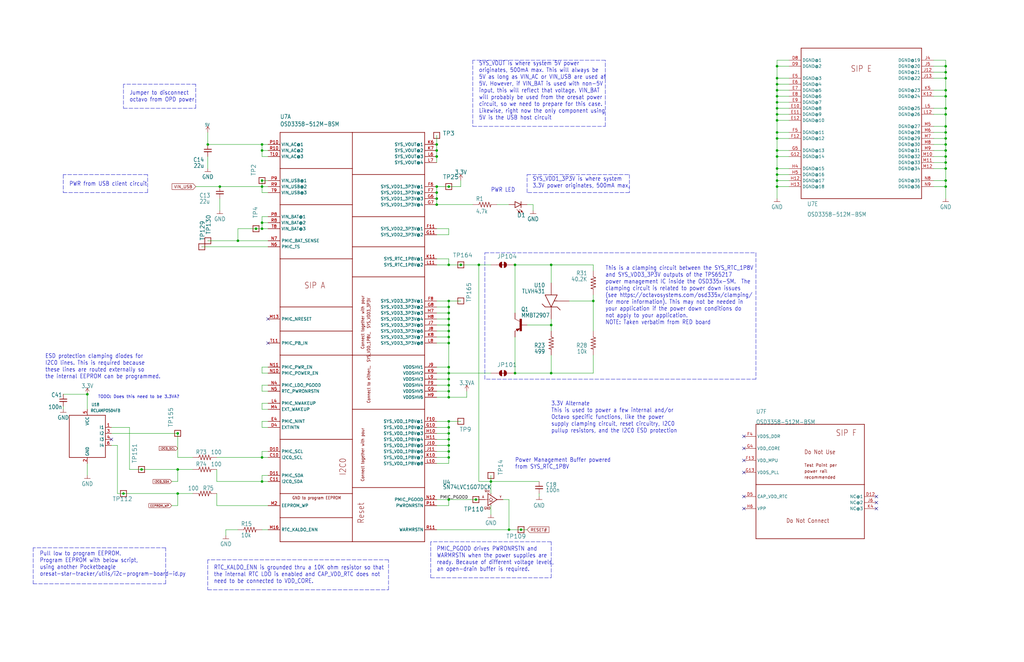
<source format=kicad_sch>
(kicad_sch (version 20211123) (generator eeschema)
  (paper "B")
  (title_block (title "Oresat DxWifi Card") (date "2022-01-30") (rev "1.2"))
  (lib_symbols
    (symbol "3.3VA_1" (power) (pin_names (offset 0))
      (property "Value" "3.3VA_1" (at 0 3.556 0))
      (symbol "3.3VA_1_1_1"
        (pin power_in line (at 0 0 90) (length 0) hide (name "3.3VA") (number "1"))
      )
    )
    (symbol "Device:C_Small" (pin_numbers hide) (pin_names (offset 0.254) hide)
      (property "Reference" "C" (at 0.254 1.778 0))
      (property "Value" "C_Small" (at 0.254 -2.032 0))
      (symbol "C_Small_1_1"
        (pin passive line (at 0 2.54 270) (length 2.032) (name "~") (number "1"))
        (pin passive line (at 0 -2.54 90) (length 2.032) (name "~") (number "2"))
      )
    )
    (symbol "OSD3358-512M-BSM_1"
      (property "Reference" "U" (at -22.86 27.94 0))
      (property "Value" "OSD3358-512M-BSM_1" (at -22.86 -25.4 0))
      (symbol "OSD3358-512M-BSM_1_1_0"
        (text "Connect to either:_  SYS_VDD_1P8V_  SYS_VDD3_3P3V" (at 7.62 -30.48 900) (effects (font (size 1.27 1.0795)) (justify left bottom)))
        (text "Connect together with pour" (at 5.08 -63.5 900) (effects (font (size 1.27 1.0795)) (justify left bottom)))
        (text "Connect together with pour" (at 5.08 -7.62 900) (effects (font (size 1.27 1.0795)) (justify left bottom)))
        (text "GND to program EEPROM" (at -25.4 -71.12 0) (effects (font (size 1.27 1.0795)) (justify left bottom)))
        (text "I2C0" (at -2.54 -60.96 900) (effects (font (size 2.54 2.159)) (justify left bottom)))
        (text "Reset" (at 5.08 -81.28 900) (effects (font (size 2.54 2.159)) (justify left bottom)))
        (text "SIP A" (at -20.32 17.78 0) (effects (font (size 2.54 2.159)) (justify left bottom)))
        (pin bidirectional line (at -35.56 -53.34 0) (length 5.08) (name "I2C0_SCL") (number "C10"))
        (pin bidirectional line (at -35.56 -63.5 0) (length 5.08) (name "I2C0_SDA") (number "C11"))
        (pin bidirectional line (at -35.56 -50.8 0) (length 5.08) (name "PMIC_SCL") (number "D10"))
        (pin bidirectional line (at -35.56 -60.96 0) (length 5.08) (name "PMIC_SDA") (number "D11"))
        (pin bidirectional line (at -35.56 -40.64 0) (length 5.08) (name "EXTINTN") (number "D4"))
        (pin output line (at -35.56 -38.1 0) (length 5.08) (name "PMIC_NINT") (number "E4"))
        (pin power_in line (at 35.56 -38.1 180) (length 5.08) (name "SYS_VDD_1P8V@1") (number "F10"))
        (pin power_in line (at 35.56 43.18 180) (length 5.08) (name "SYS_VDD2_3P3V@1") (number "F11"))
        (pin power_in line (at 35.56 60.96 180) (length 5.08) (name "SYS_VDD1_3P3V@1") (number "F6"))
        (pin power_in line (at 35.56 58.42 180) (length 5.08) (name "SYS_VDD1_3P3V@2") (number "F7"))
        (pin power_in line (at 35.56 12.7 180) (length 5.08) (name "SYS_VDD3_3P3V@1") (number "F8"))
        (pin power_in line (at 35.56 -22.86 180) (length 5.08) (name "VDDSHV4") (number "F9"))
        (pin power_in line (at 35.56 -40.64 180) (length 5.08) (name "SYS_VDD_1P8V@2") (number "G10"))
        (pin power_in line (at 35.56 40.64 180) (length 5.08) (name "SYS_VDD2_3P3V@2") (number "G11"))
        (pin power_in line (at 35.56 55.88 180) (length 5.08) (name "SYS_VDD1_3P3V@3") (number "G6"))
        (pin power_in line (at 35.56 53.34 180) (length 5.08) (name "SYS_VDD1_3P3V@4") (number "G7"))
        (pin power_in line (at 35.56 10.16 180) (length 5.08) (name "SYS_VDD3_3P3V@2") (number "G8"))
        (pin power_in line (at 35.56 -25.4 180) (length 5.08) (name "VDDSHV5") (number "G9"))
        (pin power_in line (at 35.56 -43.18 180) (length 5.08) (name "SYS_VDD_1P8V@3") (number "H10"))
        (pin power_in line (at 35.56 -45.72 180) (length 5.08) (name "SYS_VDD_1P8V@4") (number "H11"))
        (pin power_in line (at 35.56 7.62 180) (length 5.08) (name "SYS_VDD3_3P3V@3") (number "H7"))
        (pin power_in line (at 35.56 5.08 180) (length 5.08) (name "SYS_VDD3_3P3V@4") (number "H8"))
        (pin power_in line (at 35.56 -27.94 180) (length 5.08) (name "VDDSHV6") (number "H9"))
        (pin power_in line (at 35.56 -48.26 180) (length 5.08) (name "SYS_VDD_1P8V@5") (number "J10"))
        (pin power_in line (at 35.56 -50.8 180) (length 5.08) (name "SYS_VDD_1P8V@6") (number "J11"))
        (pin power_in line (at 35.56 2.54 180) (length 5.08) (name "SYS_VDD3_3P3V@5") (number "J7"))
        (pin power_in line (at 35.56 0 180) (length 5.08) (name "SYS_VDD3_3P3V@6") (number "J8"))
        (pin power_in line (at 35.56 -15.24 180) (length 5.08) (name "VDDSHV1") (number "J9"))
        (pin power_in line (at 35.56 -53.34 180) (length 5.08) (name "SYS_VDD_1P8V@7") (number "K10"))
        (pin power_in line (at 35.56 30.48 180) (length 5.08) (name "SYS_RTC_1P8V@1") (number "K11"))
        (pin power_in line (at 35.56 78.74 180) (length 5.08) (name "SYS_VOUT@1") (number "K6"))
        (pin power_in line (at 35.56 76.2 180) (length 5.08) (name "SYS_VOUT@2") (number "K7"))
        (pin power_in line (at 35.56 -2.54 180) (length 5.08) (name "SYS_VDD3_3P3V@7") (number "K8"))
        (pin power_in line (at 35.56 -17.78 180) (length 5.08) (name "VDDSHV2") (number "K9"))
        (pin power_in line (at 35.56 -55.88 180) (length 5.08) (name "SYS_VDD_1P8V@8") (number "L10"))
        (pin power_in line (at 35.56 27.94 180) (length 5.08) (name "SYS_RTC_1P8V@2") (number "L11"))
        (pin output line (at -35.56 -30.48 0) (length 5.08) (name "PMIC_NWAKEUP") (number "L4"))
        (pin power_in line (at 35.56 73.66 180) (length 5.08) (name "SYS_VOUT@3") (number "L6"))
        (pin power_in line (at 35.56 71.12 180) (length 5.08) (name "SYS_VOUT@4") (number "L7"))
        (pin power_in line (at 35.56 -5.08 180) (length 5.08) (name "SYS_VDD3_3P3V@8") (number "L8"))
        (pin power_in line (at 35.56 -20.32 180) (length 5.08) (name "VDDSHV3") (number "L9"))
        (pin bidirectional line (at -35.56 5.08 0) (length 5.08) (name "PMIC_NRESET") (number "M13"))
        (pin bidirectional line (at -35.56 -83.82 0) (length 5.08) (name "RTC_KALDO_ENN") (number "M16"))
        (pin bidirectional line (at -35.56 -73.66 0) (length 5.08) (name "EEPROM_WP") (number "M2"))
        (pin bidirectional line (at -35.56 -33.02 0) (length 5.08) (name "EXT_WAKEUP") (number "M4"))
        (pin output line (at -35.56 -17.78 0) (length 5.08) (name "PMIC_POWER_EN") (number "N10"))
        (pin input line (at -35.56 -15.24 0) (length 5.08) (name "PMIC_PWR_EN") (number "N11"))
        (pin output line (at 35.56 -71.12 180) (length 5.08) (name "PMIC_PGOOD") (number "N12"))
        (pin output line (at -35.56 -22.86 0) (length 5.08) (name "PMIC_LDO_PGOOD") (number "N4"))
        (pin bidirectional line (at -35.56 -25.4 0) (length 5.08) (name "RTC_PWRONRSTN") (number "N5"))
        (pin bidirectional line (at -35.56 35.56 0) (length 5.08) (name "PMIC_TS") (number "N6"))
        (pin bidirectional line (at -35.56 38.1 0) (length 5.08) (name "PMIC_BAT_SENSE") (number "N7"))
        (pin power_in line (at -35.56 78.74 0) (length 5.08) (name "VIN_AC@1") (number "P10"))
        (pin bidirectional line (at 35.56 -73.66 180) (length 5.08) (name "PWRONRSTN") (number "P11"))
        (pin power_in line (at -35.56 48.26 0) (length 5.08) (name "VIN_BAT@1") (number "P8"))
        (pin power_in line (at -35.56 63.5 0) (length 5.08) (name "VIN_USB@1") (number "P9"))
        (pin power_in line (at -35.56 76.2 0) (length 5.08) (name "VIN_AC@2") (number "R10"))
        (pin bidirectional line (at 35.56 -83.82 180) (length 5.08) (name "WARMRSTN") (number "R11"))
        (pin power_in line (at -35.56 45.72 0) (length 5.08) (name "VIN_BAT@2") (number "R8"))
        (pin power_in line (at -35.56 60.96 0) (length 5.08) (name "VIN_USB@2") (number "R9"))
        (pin power_in line (at -35.56 73.66 0) (length 5.08) (name "VIN_AC@3") (number "T10"))
        (pin bidirectional line (at -35.56 -5.08 0) (length 5.08) (name "PMIC_PB_IN") (number "T11"))
        (pin power_in line (at -35.56 43.18 0) (length 5.08) (name "VIN_BAT@3") (number "T8"))
        (pin power_in line (at -35.56 58.42 0) (length 5.08) (name "VIN_USB@3") (number "T9"))
      )
      (symbol "OSD3358-512M-BSM_1_2_0"
        (text "Analog _Pwr and Gnd" (at 2.54 22.86 0) (effects (font (size 2.54 2.159)) (justify left bottom)))
        (text "Analog Inputs" (at 5.08 -30.48 900) (effects (font (size 2.54 2.159)) (justify left bottom)))
        (text "JTAG" (at -2.54 -25.4 900) (effects (font (size 2.54 2.159)) (justify left bottom)))
        (text "RTC" (at -2.54 0 900) (effects (font (size 2.54 2.159)) (justify left bottom)))
        (text "SIP B" (at -5.08 53.34 0) (effects (font (size 2.54 2.159)) (justify left bottom)))
        (text "USB0" (at -2.54 -53.34 900) (effects (font (size 2.54 2.159)) (justify left bottom)))
        (text "USB1" (at 5.08 -53.34 900) (effects (font (size 2.54 2.159)) (justify left bottom)))
        (text "XTAL" (at -2.54 30.48 900) (effects (font (size 2.54 2.159)) (justify left bottom)))
        (pin bidirectional line (at -30.48 -2.54 0) (length 5.08) (name "OSC1_OUT") (number "A5"))
        (pin bidirectional line (at -30.48 12.7 0) (length 5.08) (name "OSC1_IN") (number "A6"))
        (pin bidirectional line (at 30.48 45.72 180) (length 5.08) (name "SYS_ADC_1P8V") (number "A7"))
        (pin bidirectional line (at 30.48 -5.08 180) (length 5.08) (name "AIN0") (number "A8"))
        (pin bidirectional line (at 30.48 15.24 180) (length 5.08) (name "AGND_ADC") (number "A9"))
        (pin bidirectional line (at -30.48 -7.62 0) (length 5.08) (name "OSC1_GND") (number "B5"))
        (pin bidirectional line (at 30.48 -10.16 180) (length 5.08) (name "AIN2") (number "B6"))
        (pin bidirectional line (at 30.48 35.56 180) (length 5.08) (name "VREFP") (number "B7"))
        (pin bidirectional line (at 30.48 -7.62 180) (length 5.08) (name "AIN1") (number "B8"))
        (pin bidirectional line (at 30.48 5.08 180) (length 5.08) (name "VREFN") (number "B9"))
        (pin bidirectional line (at -30.48 -17.78 0) (length 5.08) (name "TDI") (number "C1"))
        (pin bidirectional line (at -30.48 -20.32 0) (length 5.08) (name "TDO") (number "C2"))
        (pin bidirectional line (at 30.48 -12.7 180) (length 5.08) (name "AIN3") (number "C6"))
        (pin bidirectional line (at 30.48 -15.24 180) (length 5.08) (name "AIN4") (number "C7"))
        (pin bidirectional line (at 30.48 -17.78 180) (length 5.08) (name "AIN5") (number "C8"))
        (pin bidirectional line (at 30.48 -20.32 180) (length 5.08) (name "AIN6") (number "C9"))
        (pin bidirectional line (at -30.48 -22.86 0) (length 5.08) (name "TCK") (number "D1"))
        (pin bidirectional line (at -30.48 -25.4 0) (length 5.08) (name "TMS") (number "D2"))
        (pin bidirectional line (at -30.48 -27.94 0) (length 5.08) (name "TRSTN") (number "D3"))
        (pin bidirectional line (at 30.48 -27.94 180) (length 5.08) (name "PMIC_MUX_OUT") (number "D6"))
        (pin bidirectional line (at 30.48 -22.86 180) (length 5.08) (name "AIN7") (number "D7"))
        (pin bidirectional line (at -30.48 -30.48 0) (length 5.08) (name "EMU0") (number "E2"))
        (pin bidirectional line (at -30.48 -33.02 0) (length 5.08) (name "EMU1") (number "E3"))
        (pin bidirectional line (at -30.48 -55.88 0) (length 5.08) (name "USB0_DRVVBUS") (number "J15"))
        (pin bidirectional line (at -30.48 -43.18 0) (length 5.08) (name "USB0_VBUS") (number "J16"))
        (pin bidirectional line (at -30.48 -53.34 0) (length 5.08) (name "USB0_CE") (number "K13"))
        (pin bidirectional line (at -30.48 -50.8 0) (length 5.08) (name "USB0_ID") (number "K14"))
        (pin bidirectional line (at -30.48 -48.26 0) (length 5.08) (name "USB0_DP") (number "K15"))
        (pin bidirectional line (at -30.48 -45.72 0) (length 5.08) (name "USB0_DM") (number "K16"))
        (pin bidirectional line (at 30.48 -53.34 180) (length 5.08) (name "USB1_CE") (number "L13"))
        (pin bidirectional line (at 30.48 -50.8 180) (length 5.08) (name "USB1_ID") (number "L14"))
        (pin bidirectional line (at 30.48 -48.26 180) (length 5.08) (name "USB1_DP") (number "L15"))
        (pin bidirectional line (at 30.48 -45.72 180) (length 5.08) (name "USB1_DM") (number "L16"))
        (pin bidirectional line (at 30.48 -55.88 180) (length 5.08) (name "USB1_DRVVBUS") (number "M14"))
        (pin bidirectional line (at 30.48 -43.18 180) (length 5.08) (name "USB1_VBUS") (number "M15"))
        (pin bidirectional line (at 30.48 -33.02 180) (length 5.08) (name "PMIC_MUX_IN") (number "N13"))
        (pin bidirectional line (at -30.48 22.86 0) (length 5.08) (name "OSC0_GND") (number "N15"))
        (pin bidirectional line (at -30.48 27.94 0) (length 5.08) (name "OSC0_OUT") (number "N16"))
        (pin bidirectional line (at -30.48 43.18 0) (length 5.08) (name "OSC0_IN") (number "P16"))
      )
      (symbol "OSD3358-512M-BSM_1_3_0"
        (text "SIP C" (at -5.08 53.34 0) (effects (font (size 2.54 2.159)) (justify left bottom)))
        (pin bidirectional line (at -30.48 -12.7 0) (length 5.08) (name "MCASP0_ACLKX") (number "A1"))
        (pin bidirectional line (at -30.48 33.02 0) (length 5.08) (name "UART1_RTSN") (number "A10"))
        (pin bidirectional line (at -30.48 38.1 0) (length 5.08) (name "UART1_RXD") (number "A11"))
        (pin bidirectional line (at -30.48 53.34 0) (length 5.08) (name "UART0_RXD") (number "A12"))
        (pin bidirectional line (at -30.48 25.4 0) (length 5.08) (name "SPI0_SCLK") (number "A13"))
        (pin bidirectional line (at -30.48 17.78 0) (length 5.08) (name "SPI0_CS0") (number "A14"))
        (pin bidirectional line (at -30.48 0 0) (length 5.08) (name "MMC0_DAT1") (number "A15"))
        (pin bidirectional line (at -30.48 2.54 0) (length 5.08) (name "MMC0_DAT0") (number "A16"))
        (pin bidirectional line (at -30.48 -15.24 0) (length 5.08) (name "MCASP0_FSX") (number "A2"))
        (pin bidirectional line (at -30.48 -22.86 0) (length 5.08) (name "MCASP0_ACLKR") (number "A3"))
        (pin bidirectional line (at -30.48 -38.1 0) (length 5.08) (name "XDMA_EVENT_INTR0") (number "A4"))
        (pin bidirectional line (at -30.48 -20.32 0) (length 5.08) (name "MCASP0_AHCLKR") (number "B1"))
        (pin bidirectional line (at -30.48 35.56 0) (length 5.08) (name "UART1_CTSN") (number "B10"))
        (pin bidirectional line (at -30.48 40.64 0) (length 5.08) (name "UART1_TXD") (number "B11"))
        (pin bidirectional line (at -30.48 55.88 0) (length 5.08) (name "UART0_TXD") (number "B12"))
        (pin bidirectional line (at -30.48 22.86 0) (length 5.08) (name "SPI0_D0") (number "B13"))
        (pin bidirectional line (at -30.48 20.32 0) (length 5.08) (name "SPI0_D1") (number "B14"))
        (pin bidirectional line (at -30.48 7.62 0) (length 5.08) (name "MMC0_CLK") (number "B15"))
        (pin bidirectional line (at -30.48 5.08 0) (length 5.08) (name "MMC0_CMD") (number "B16"))
        (pin bidirectional line (at -30.48 -17.78 0) (length 5.08) (name "MCASP0_AXR0") (number "B2"))
        (pin bidirectional line (at -30.48 -25.4 0) (length 5.08) (name "MCASP0_FSR") (number "B3"))
        (pin bidirectional line (at -30.48 -40.64 0) (length 5.08) (name "XDMA_EVENT_INTR1") (number "B4"))
        (pin bidirectional line (at -30.48 50.8 0) (length 5.08) (name "UART0_CTSN") (number "C12"))
        (pin bidirectional line (at -30.48 48.26 0) (length 5.08) (name "UART0_RTSN") (number "C13"))
        (pin bidirectional line (at -30.48 15.24 0) (length 5.08) (name "SPI0_CS1") (number "C14"))
        (pin bidirectional line (at -30.48 -5.08 0) (length 5.08) (name "MMC0_DAT3") (number "C15"))
        (pin bidirectional line (at -30.48 -2.54 0) (length 5.08) (name "MMC0_DAT2") (number "C16"))
        (pin bidirectional line (at -30.48 -27.94 0) (length 5.08) (name "MCASP0_AXR1") (number "C3"))
        (pin bidirectional line (at -30.48 -30.48 0) (length 5.08) (name "MCASP0_AHCLKX") (number "C4"))
        (pin bidirectional line (at -30.48 -43.18 0) (length 5.08) (name "ECAP0_IN_PWM0_OUT") (number "C5"))
        (pin bidirectional line (at 30.48 -50.8 180) (length 5.08) (name "GPMC_ADVN_ALE") (number "M1"))
        (pin bidirectional line (at 30.48 -58.42 180) (length 5.08) (name "GPMC_OEN_REN") (number "N1"))
        (pin bidirectional line (at 30.48 17.78 180) (length 5.08) (name "GPMC_BEN1") (number "N14"))
        (pin bidirectional line (at 30.48 -55.88 180) (length 5.08) (name "GPMC_WEN") (number "N2"))
        (pin bidirectional line (at 30.48 -53.34 180) (length 5.08) (name "GPMC_BEN0_CLE") (number "N3"))
        (pin bidirectional line (at 30.48 2.54 180) (length 5.08) (name "GPMC_CSN2") (number "P1"))
        (pin bidirectional line (at 30.48 45.72 180) (length 5.08) (name "GPMC_A2") (number "P12"))
        (pin bidirectional line (at 30.48 38.1 180) (length 5.08) (name "GPMC_A5") (number "P13"))
        (pin bidirectional line (at 30.48 30.48 180) (length 5.08) (name "GPMC_A8") (number "P14"))
        (pin bidirectional line (at 30.48 15.24 180) (length 5.08) (name "GPMC_WAIT0") (number "P15"))
        (pin bidirectional line (at 30.48 5.08 180) (length 5.08) (name "GPMC_CSN1") (number "P2"))
        (pin bidirectional line (at 30.48 7.62 180) (length 5.08) (name "GPMC_CSN0") (number "P3"))
        (pin bidirectional line (at 30.48 -20.32 180) (length 5.08) (name "GPMC_AD6") (number "P4"))
        (pin bidirectional line (at 30.48 -30.48 180) (length 5.08) (name "GPMC_AD9") (number "P5"))
        (pin bidirectional line (at 30.48 -38.1 180) (length 5.08) (name "GPMC_AD12") (number "P6"))
        (pin bidirectional line (at 30.48 -45.72 180) (length 5.08) (name "GPMC_AD15") (number "P7"))
        (pin bidirectional line (at 30.48 -10.16 180) (length 5.08) (name "GPMC_AD2") (number "R1"))
        (pin bidirectional line (at 30.48 48.26 180) (length 5.08) (name "GPMC_A1") (number "R12"))
        (pin bidirectional line (at 30.48 40.64 180) (length 5.08) (name "GPMC_A4") (number "R13"))
        (pin bidirectional line (at 30.48 33.02 180) (length 5.08) (name "GPMC_A7") (number "R14"))
        (pin bidirectional line (at 30.48 25.4 180) (length 5.08) (name "GPMC_A10") (number "R15"))
        (pin bidirectional line (at 30.48 12.7 180) (length 5.08) (name "GPMC_WPN") (number "R16"))
        (pin bidirectional line (at 30.48 -7.62 180) (length 5.08) (name "GPMC_AD1") (number "R2"))
        (pin bidirectional line (at 30.48 -5.08 180) (length 5.08) (name "GPMC_AD0") (number "R3"))
        (pin bidirectional line (at 30.48 -22.86 180) (length 5.08) (name "GPMC_AD7") (number "R4"))
        (pin bidirectional line (at 30.48 -33.02 180) (length 5.08) (name "GPMC_AD10") (number "R5"))
        (pin bidirectional line (at 30.48 -40.64 180) (length 5.08) (name "GPMC_AD13") (number "R6"))
        (pin bidirectional line (at 30.48 0 180) (length 5.08) (name "GPMC_CSN3") (number "R7"))
        (pin bidirectional line (at 30.48 -17.78 180) (length 5.08) (name "GPMC_AD5") (number "T1"))
        (pin bidirectional line (at 30.48 50.8 180) (length 5.08) (name "GPMC_A0") (number "T12"))
        (pin bidirectional line (at 30.48 43.18 180) (length 5.08) (name "GPMC_A3") (number "T13"))
        (pin bidirectional line (at 30.48 35.56 180) (length 5.08) (name "GPMC_A6") (number "T14"))
        (pin bidirectional line (at 30.48 27.94 180) (length 5.08) (name "GPMC_A9") (number "T15"))
        (pin bidirectional line (at 30.48 22.86 180) (length 5.08) (name "GPMC_A11") (number "T16"))
        (pin bidirectional line (at 30.48 -15.24 180) (length 5.08) (name "GPMC_AD4") (number "T2"))
        (pin bidirectional line (at 30.48 -12.7 180) (length 5.08) (name "GPMC_AD3") (number "T3"))
        (pin bidirectional line (at 30.48 -27.94 180) (length 5.08) (name "GPMC_AD8") (number "T4"))
        (pin bidirectional line (at 30.48 -35.56 180) (length 5.08) (name "GPMC_AD11") (number "T5"))
        (pin bidirectional line (at 30.48 -43.18 180) (length 5.08) (name "GPMC_AD14") (number "T6"))
        (pin bidirectional line (at 30.48 55.88 180) (length 5.08) (name "GPMC_CLK") (number "T7"))
      )
      (symbol "OSD3358-512M-BSM_1_4_0"
        (text "SIP D" (at -20.32 -30.48 0) (effects (font (size 2.54 2.159)) (justify left bottom)))
        (pin bidirectional line (at -30.48 -17.78 0) (length 5.08) (name "MDC") (number "D13"))
        (pin bidirectional line (at -30.48 -5.08 0) (length 5.08) (name "MII1_RXD3") (number "D14"))
        (pin bidirectional line (at -30.48 -2.54 0) (length 5.08) (name "MII1_RXD2") (number "D15"))
        (pin bidirectional line (at -30.48 0 0) (length 5.08) (name "MII1_RXD1") (number "D16"))
        (pin bidirectional line (at 30.48 -22.86 180) (length 5.08) (name "LCD_AC_BIAS_EN") (number "E1"))
        (pin bidirectional line (at -30.48 -20.32 0) (length 5.08) (name "MDIO") (number "E13"))
        (pin bidirectional line (at -30.48 2.54 0) (length 5.08) (name "MII1_RXD0") (number "E14"))
        (pin bidirectional line (at -30.48 -7.62 0) (length 5.08) (name "MII1_RX_ER") (number "E15"))
        (pin bidirectional line (at -30.48 5.08 0) (length 5.08) (name "MII1_RX_CLK") (number "E16"))
        (pin bidirectional line (at 30.48 -15.24 180) (length 5.08) (name "LCD_PCLK") (number "F1"))
        (pin bidirectional line (at -30.48 12.7 0) (length 5.08) (name "MII1_CRS") (number "F14"))
        (pin bidirectional line (at -30.48 10.16 0) (length 5.08) (name "MII1_COL") (number "F15"))
        (pin bidirectional line (at -30.48 -10.16 0) (length 5.08) (name "MII1_RX_DV") (number "F16"))
        (pin bidirectional line (at 30.48 -20.32 180) (length 5.08) (name "LCD_HSYNC") (number "F2"))
        (pin bidirectional line (at 30.48 -17.78 180) (length 5.08) (name "LCD_VSYNC") (number "F3"))
        (pin bidirectional line (at 30.48 22.86 180) (length 5.08) (name "LCD_DATA2") (number "G1"))
        (pin bidirectional line (at -30.48 15.24 0) (length 5.08) (name "MII1_TX_EN") (number "G14"))
        (pin bidirectional line (at -30.48 17.78 0) (length 5.08) (name "MII1_TXD3") (number "G15"))
        (pin bidirectional line (at -30.48 20.32 0) (length 5.08) (name "MII1_TXD2") (number "G16"))
        (pin bidirectional line (at 30.48 25.4 180) (length 5.08) (name "LCD_DATA1") (number "G2"))
        (pin bidirectional line (at 30.48 27.94 180) (length 5.08) (name "LCD_DATA0") (number "G3"))
        (pin bidirectional line (at 30.48 15.24 180) (length 5.08) (name "LCD_DATA5") (number "H1"))
        (pin bidirectional line (at -30.48 22.86 0) (length 5.08) (name "MII1_TXD1") (number "H14"))
        (pin bidirectional line (at -30.48 25.4 0) (length 5.08) (name "MII1_TXD0") (number "H15"))
        (pin bidirectional line (at -30.48 27.94 0) (length 5.08) (name "MII1_TX_CLK") (number "H16"))
        (pin bidirectional line (at 30.48 17.78 180) (length 5.08) (name "LCD_DATA4") (number "H2"))
        (pin bidirectional line (at 30.48 20.32 180) (length 5.08) (name "LCD_DATA3") (number "H3"))
        (pin bidirectional line (at 30.48 7.62 180) (length 5.08) (name "LCD_DATA8") (number "J1"))
        (pin bidirectional line (at -30.48 -15.24 0) (length 5.08) (name "RMII1_REF_CLK") (number "J14"))
        (pin bidirectional line (at 30.48 10.16 180) (length 5.08) (name "LCD_DATA7") (number "J2"))
        (pin bidirectional line (at 30.48 12.7 180) (length 5.08) (name "LCD_DATA6") (number "J3"))
        (pin bidirectional line (at 30.48 0 180) (length 5.08) (name "LCD_DATA11") (number "K1"))
        (pin bidirectional line (at 30.48 2.54 180) (length 5.08) (name "LCD_DATA10") (number "K2"))
        (pin bidirectional line (at 30.48 5.08 180) (length 5.08) (name "LCD_DATA9") (number "K3"))
        (pin bidirectional line (at 30.48 -7.62 180) (length 5.08) (name "LCD_DATA14") (number "L1"))
        (pin bidirectional line (at 30.48 -5.08 180) (length 5.08) (name "LCD_DATA13") (number "L2"))
        (pin bidirectional line (at 30.48 -2.54 180) (length 5.08) (name "LCD_DATA12") (number "L3"))
        (pin bidirectional line (at 30.48 -10.16 180) (length 5.08) (name "LCD_DATA15") (number "M3"))
      )
      (symbol "OSD3358-512M-BSM_1_5_0"
        (text "SIP E" (at 0 20.32 0) (effects (font (size 2.54 2.159)) (justify bottom)))
        (pin bidirectional line (at -30.48 25.4 0) (length 5.08) (name "DGND@1") (number "D8"))
        (pin bidirectional line (at -30.48 22.86 0) (length 5.08) (name "DGND@2") (number "D9"))
        (pin bidirectional line (at -30.48 5.08 0) (length 5.08) (name "DGND@8") (number "E10"))
        (pin bidirectional line (at -30.48 2.54 0) (length 5.08) (name "DGND@9") (number "E11"))
        (pin bidirectional line (at -30.48 0 0) (length 5.08) (name "DGND@10") (number "E12"))
        (pin bidirectional line (at -30.48 17.78 0) (length 5.08) (name "DGND@3") (number "E5"))
        (pin bidirectional line (at -30.48 15.24 0) (length 5.08) (name "DGND@4") (number "E6"))
        (pin bidirectional line (at -30.48 12.7 0) (length 5.08) (name "DGND@5") (number "E7"))
        (pin bidirectional line (at -30.48 10.16 0) (length 5.08) (name "DGND@6") (number "E8"))
        (pin bidirectional line (at -30.48 7.62 0) (length 5.08) (name "DGND@7") (number "E9"))
        (pin bidirectional line (at -30.48 -7.62 0) (length 5.08) (name "DGND@12") (number "F12"))
        (pin bidirectional line (at -30.48 -5.08 0) (length 5.08) (name "DGND@11") (number "F5"))
        (pin bidirectional line (at -30.48 -15.24 0) (length 5.08) (name "DGND@14") (number "G12"))
        (pin bidirectional line (at -30.48 -12.7 0) (length 5.08) (name "DGND@13") (number "G5"))
        (pin bidirectional line (at -30.48 -25.4 0) (length 5.08) (name "DGND@17") (number "H12"))
        (pin bidirectional line (at -30.48 -27.94 0) (length 5.08) (name "DGND@18") (number "H13"))
        (pin bidirectional line (at -30.48 -20.32 0) (length 5.08) (name "DGND@15") (number "H4"))
        (pin bidirectional line (at -30.48 -22.86 0) (length 5.08) (name "DGND@16") (number "H5"))
        (pin bidirectional line (at 30.48 20.32 180) (length 5.08) (name "DGND@21") (number "J12"))
        (pin bidirectional line (at 30.48 17.78 180) (length 5.08) (name "DGND@22") (number "J13"))
        (pin bidirectional line (at 30.48 25.4 180) (length 5.08) (name "DGND@19") (number "J4"))
        (pin bidirectional line (at 30.48 22.86 180) (length 5.08) (name "DGND@20") (number "J5"))
        (pin bidirectional line (at 30.48 10.16 180) (length 5.08) (name "DGND@24") (number "K12"))
        (pin bidirectional line (at 30.48 12.7 180) (length 5.08) (name "DGND@23") (number "K5"))
        (pin bidirectional line (at 30.48 2.54 180) (length 5.08) (name "DGND@26") (number "L12"))
        (pin bidirectional line (at 30.48 5.08 180) (length 5.08) (name "DGND@25") (number "L5"))
        (pin bidirectional line (at 30.48 -15.24 180) (length 5.08) (name "DGND@32") (number "M10"))
        (pin bidirectional line (at 30.48 -17.78 180) (length 5.08) (name "DGND@33") (number "M11"))
        (pin bidirectional line (at 30.48 -20.32 180) (length 5.08) (name "DGND@34") (number "M12"))
        (pin bidirectional line (at 30.48 -2.54 180) (length 5.08) (name "DGND@27") (number "M5"))
        (pin bidirectional line (at 30.48 -5.08 180) (length 5.08) (name "DGND@28") (number "M6"))
        (pin bidirectional line (at 30.48 -7.62 180) (length 5.08) (name "DGND@29") (number "M7"))
        (pin bidirectional line (at 30.48 -10.16 180) (length 5.08) (name "DGND@30") (number "M8"))
        (pin bidirectional line (at 30.48 -12.7 180) (length 5.08) (name "DGND@31") (number "M9"))
        (pin bidirectional line (at 30.48 -25.4 180) (length 5.08) (name "DGND@35") (number "N8"))
        (pin bidirectional line (at 30.48 -27.94 180) (length 5.08) (name "DGND@36") (number "N9"))
      )
      (symbol "OSD3358-512M-BSM_1_6_0"
        (text "Do Not Connect" (at -10.16 -15.24 0) (effects (font (size 1.778 1.5113)) (justify left)))
        (text "Do Not Use__Test Point per _power rail _recommended" (at -2.54 2.54 0) (effects (font (size 1.778 1.5113)) (justify left bottom)))
        (text "SIP F" (at 15.24 20.32 0) (effects (font (size 2.54 2.159)) (justify bottom)))
        (pin bidirectional line (at 27.94 -5.08 180) (length 5.08) (name "NC@1") (number "D12"))
        (pin bidirectional line (at -27.94 -5.08 0) (length 5.08) (name "CAP_VDD_RTC") (number "D5"))
        (pin bidirectional line (at -27.94 10.16 0) (length 5.08) (name "VDD_MPU") (number "F13"))
        (pin bidirectional line (at -27.94 20.32 0) (length 5.08) (name "VDDS_DDR") (number "F4"))
        (pin bidirectional line (at -27.94 5.08 0) (length 5.08) (name "VDDS_PLL") (number "G13"))
        (pin bidirectional line (at -27.94 15.24 0) (length 5.08) (name "VDD_CORE") (number "G4"))
        (pin bidirectional line (at -27.94 -10.16 0) (length 5.08) (name "VPP") (number "H6"))
        (pin bidirectional line (at 27.94 -7.62 180) (length 5.08) (name "NC@2") (number "J6"))
        (pin bidirectional line (at 27.94 -10.16 180) (length 5.08) (name "NC@3") (number "K4"))
      )
    )
    (symbol "OSD3358-512M-BSM_2"
      (property "Reference" "U" (at -22.86 27.94 0))
      (property "Value" "OSD3358-512M-BSM_2" (at -22.86 -25.4 0))
      (symbol "OSD3358-512M-BSM_2_0_0"
        (text "power rail" (at -2.54 6.35 0) (effects (font (size 1.27 1.27)) (justify left top)))
        (text "recommended" (at -2.54 3.81 0) (effects (font (size 1.27 1.27)) (justify left top)))
        (text "Test Point per " (at -2.54 8.89 0) (effects (font (size 1.27 1.27)) (justify left top)))
      )
      (symbol "OSD3358-512M-BSM_2_1_0"
        (text "Connect to either:_  SYS_VDD_1P8V_  SYS_VDD3_3P3V" (at 7.62 -30.48 900) (effects (font (size 1.27 1.0795)) (justify left bottom)))
        (text "Connect together with pour" (at 5.08 -63.5 900) (effects (font (size 1.27 1.0795)) (justify left bottom)))
        (text "Connect together with pour" (at 5.08 -7.62 900) (effects (font (size 1.27 1.0795)) (justify left bottom)))
        (text "GND to program EEPROM" (at -25.4 -71.12 0) (effects (font (size 1.27 1.0795)) (justify left bottom)))
        (text "I2C0" (at -2.54 -60.96 900) (effects (font (size 2.54 2.159)) (justify left bottom)))
        (text "Reset" (at 5.08 -81.28 900) (effects (font (size 2.54 2.159)) (justify left bottom)))
        (text "SIP A" (at -20.32 17.78 0) (effects (font (size 2.54 2.159)) (justify left bottom)))
        (pin bidirectional line (at -35.56 -53.34 0) (length 5.08) (name "I2C0_SCL") (number "C10"))
        (pin bidirectional line (at -35.56 -63.5 0) (length 5.08) (name "I2C0_SDA") (number "C11"))
        (pin bidirectional line (at -35.56 -50.8 0) (length 5.08) (name "PMIC_SCL") (number "D10"))
        (pin bidirectional line (at -35.56 -60.96 0) (length 5.08) (name "PMIC_SDA") (number "D11"))
        (pin bidirectional line (at -35.56 -40.64 0) (length 5.08) (name "EXTINTN") (number "D4"))
        (pin output line (at -35.56 -38.1 0) (length 5.08) (name "PMIC_NINT") (number "E4"))
        (pin power_in line (at 35.56 -38.1 180) (length 5.08) (name "SYS_VDD_1P8V@1") (number "F10"))
        (pin power_in line (at 35.56 43.18 180) (length 5.08) (name "SYS_VDD2_3P3V@1") (number "F11"))
        (pin power_in line (at 35.56 60.96 180) (length 5.08) (name "SYS_VDD1_3P3V@1") (number "F6"))
        (pin power_in line (at 35.56 58.42 180) (length 5.08) (name "SYS_VDD1_3P3V@2") (number "F7"))
        (pin power_in line (at 35.56 12.7 180) (length 5.08) (name "SYS_VDD3_3P3V@1") (number "F8"))
        (pin power_in line (at 35.56 -22.86 180) (length 5.08) (name "VDDSHV4") (number "F9"))
        (pin power_in line (at 35.56 -40.64 180) (length 5.08) (name "SYS_VDD_1P8V@2") (number "G10"))
        (pin power_in line (at 35.56 40.64 180) (length 5.08) (name "SYS_VDD2_3P3V@2") (number "G11"))
        (pin power_in line (at 35.56 55.88 180) (length 5.08) (name "SYS_VDD1_3P3V@3") (number "G6"))
        (pin power_in line (at 35.56 53.34 180) (length 5.08) (name "SYS_VDD1_3P3V@4") (number "G7"))
        (pin power_in line (at 35.56 10.16 180) (length 5.08) (name "SYS_VDD3_3P3V@2") (number "G8"))
        (pin power_in line (at 35.56 -25.4 180) (length 5.08) (name "VDDSHV5") (number "G9"))
        (pin power_in line (at 35.56 -43.18 180) (length 5.08) (name "SYS_VDD_1P8V@3") (number "H10"))
        (pin power_in line (at 35.56 -45.72 180) (length 5.08) (name "SYS_VDD_1P8V@4") (number "H11"))
        (pin power_in line (at 35.56 7.62 180) (length 5.08) (name "SYS_VDD3_3P3V@3") (number "H7"))
        (pin power_in line (at 35.56 5.08 180) (length 5.08) (name "SYS_VDD3_3P3V@4") (number "H8"))
        (pin power_in line (at 35.56 -27.94 180) (length 5.08) (name "VDDSHV6") (number "H9"))
        (pin power_in line (at 35.56 -48.26 180) (length 5.08) (name "SYS_VDD_1P8V@5") (number "J10"))
        (pin power_in line (at 35.56 -50.8 180) (length 5.08) (name "SYS_VDD_1P8V@6") (number "J11"))
        (pin power_in line (at 35.56 2.54 180) (length 5.08) (name "SYS_VDD3_3P3V@5") (number "J7"))
        (pin power_in line (at 35.56 0 180) (length 5.08) (name "SYS_VDD3_3P3V@6") (number "J8"))
        (pin power_in line (at 35.56 -15.24 180) (length 5.08) (name "VDDSHV1") (number "J9"))
        (pin power_in line (at 35.56 -53.34 180) (length 5.08) (name "SYS_VDD_1P8V@7") (number "K10"))
        (pin power_in line (at 35.56 30.48 180) (length 5.08) (name "SYS_RTC_1P8V@1") (number "K11"))
        (pin power_in line (at 35.56 78.74 180) (length 5.08) (name "SYS_VOUT@1") (number "K6"))
        (pin power_in line (at 35.56 76.2 180) (length 5.08) (name "SYS_VOUT@2") (number "K7"))
        (pin power_in line (at 35.56 -2.54 180) (length 5.08) (name "SYS_VDD3_3P3V@7") (number "K8"))
        (pin power_in line (at 35.56 -17.78 180) (length 5.08) (name "VDDSHV2") (number "K9"))
        (pin power_in line (at 35.56 -55.88 180) (length 5.08) (name "SYS_VDD_1P8V@8") (number "L10"))
        (pin power_in line (at 35.56 27.94 180) (length 5.08) (name "SYS_RTC_1P8V@2") (number "L11"))
        (pin output line (at -35.56 -30.48 0) (length 5.08) (name "PMIC_NWAKEUP") (number "L4"))
        (pin power_in line (at 35.56 73.66 180) (length 5.08) (name "SYS_VOUT@3") (number "L6"))
        (pin power_in line (at 35.56 71.12 180) (length 5.08) (name "SYS_VOUT@4") (number "L7"))
        (pin power_in line (at 35.56 -5.08 180) (length 5.08) (name "SYS_VDD3_3P3V@8") (number "L8"))
        (pin power_in line (at 35.56 -20.32 180) (length 5.08) (name "VDDSHV3") (number "L9"))
        (pin bidirectional line (at -35.56 5.08 0) (length 5.08) (name "PMIC_NRESET") (number "M13"))
        (pin bidirectional line (at -35.56 -83.82 0) (length 5.08) (name "RTC_KALDO_ENN") (number "M16"))
        (pin bidirectional line (at -35.56 -73.66 0) (length 5.08) (name "EEPROM_WP") (number "M2"))
        (pin bidirectional line (at -35.56 -33.02 0) (length 5.08) (name "EXT_WAKEUP") (number "M4"))
        (pin output line (at -35.56 -17.78 0) (length 5.08) (name "PMIC_POWER_EN") (number "N10"))
        (pin input line (at -35.56 -15.24 0) (length 5.08) (name "PMIC_PWR_EN") (number "N11"))
        (pin output line (at 35.56 -71.12 180) (length 5.08) (name "PMIC_PGOOD") (number "N12"))
        (pin output line (at -35.56 -22.86 0) (length 5.08) (name "PMIC_LDO_PGOOD") (number "N4"))
        (pin bidirectional line (at -35.56 -25.4 0) (length 5.08) (name "RTC_PWRONRSTN") (number "N5"))
        (pin bidirectional line (at -35.56 35.56 0) (length 5.08) (name "PMIC_TS") (number "N6"))
        (pin bidirectional line (at -35.56 38.1 0) (length 5.08) (name "PMIC_BAT_SENSE") (number "N7"))
        (pin power_in line (at -35.56 78.74 0) (length 5.08) (name "VIN_AC@1") (number "P10"))
        (pin bidirectional line (at 35.56 -73.66 180) (length 5.08) (name "PWRONRSTN") (number "P11"))
        (pin power_in line (at -35.56 48.26 0) (length 5.08) (name "VIN_BAT@1") (number "P8"))
        (pin power_in line (at -35.56 63.5 0) (length 5.08) (name "VIN_USB@1") (number "P9"))
        (pin power_in line (at -35.56 76.2 0) (length 5.08) (name "VIN_AC@2") (number "R10"))
        (pin bidirectional line (at 35.56 -83.82 180) (length 5.08) (name "WARMRSTN") (number "R11"))
        (pin power_in line (at -35.56 45.72 0) (length 5.08) (name "VIN_BAT@2") (number "R8"))
        (pin power_in line (at -35.56 60.96 0) (length 5.08) (name "VIN_USB@2") (number "R9"))
        (pin power_in line (at -35.56 73.66 0) (length 5.08) (name "VIN_AC@3") (number "T10"))
        (pin bidirectional line (at -35.56 -5.08 0) (length 5.08) (name "PMIC_PB_IN") (number "T11"))
        (pin power_in line (at -35.56 43.18 0) (length 5.08) (name "VIN_BAT@3") (number "T8"))
        (pin power_in line (at -35.56 58.42 0) (length 5.08) (name "VIN_USB@3") (number "T9"))
      )
      (symbol "OSD3358-512M-BSM_2_2_0"
        (text "Analog _Pwr and Gnd" (at 2.54 22.86 0) (effects (font (size 2.54 2.159)) (justify left bottom)))
        (text "Analog Inputs" (at 5.08 -30.48 900) (effects (font (size 2.54 2.159)) (justify left bottom)))
        (text "JTAG" (at -2.54 -25.4 900) (effects (font (size 2.54 2.159)) (justify left bottom)))
        (text "RTC" (at -2.54 0 900) (effects (font (size 2.54 2.159)) (justify left bottom)))
        (text "SIP B" (at -5.08 53.34 0) (effects (font (size 2.54 2.159)) (justify left bottom)))
        (text "USB0" (at -2.54 -53.34 900) (effects (font (size 2.54 2.159)) (justify left bottom)))
        (text "USB1" (at 5.08 -53.34 900) (effects (font (size 2.54 2.159)) (justify left bottom)))
        (text "XTAL" (at -2.54 30.48 900) (effects (font (size 2.54 2.159)) (justify left bottom)))
        (pin bidirectional line (at -30.48 -2.54 0) (length 5.08) (name "OSC1_OUT") (number "A5"))
        (pin bidirectional line (at -30.48 12.7 0) (length 5.08) (name "OSC1_IN") (number "A6"))
        (pin bidirectional line (at 30.48 45.72 180) (length 5.08) (name "SYS_ADC_1P8V") (number "A7"))
        (pin bidirectional line (at 30.48 -5.08 180) (length 5.08) (name "AIN0") (number "A8"))
        (pin bidirectional line (at 30.48 15.24 180) (length 5.08) (name "AGND_ADC") (number "A9"))
        (pin bidirectional line (at -30.48 -7.62 0) (length 5.08) (name "OSC1_GND") (number "B5"))
        (pin bidirectional line (at 30.48 -10.16 180) (length 5.08) (name "AIN2") (number "B6"))
        (pin bidirectional line (at 30.48 35.56 180) (length 5.08) (name "VREFP") (number "B7"))
        (pin bidirectional line (at 30.48 -7.62 180) (length 5.08) (name "AIN1") (number "B8"))
        (pin bidirectional line (at 30.48 5.08 180) (length 5.08) (name "VREFN") (number "B9"))
        (pin bidirectional line (at -30.48 -17.78 0) (length 5.08) (name "TDI") (number "C1"))
        (pin bidirectional line (at -30.48 -20.32 0) (length 5.08) (name "TDO") (number "C2"))
        (pin bidirectional line (at 30.48 -12.7 180) (length 5.08) (name "AIN3") (number "C6"))
        (pin bidirectional line (at 30.48 -15.24 180) (length 5.08) (name "AIN4") (number "C7"))
        (pin bidirectional line (at 30.48 -17.78 180) (length 5.08) (name "AIN5") (number "C8"))
        (pin bidirectional line (at 30.48 -20.32 180) (length 5.08) (name "AIN6") (number "C9"))
        (pin bidirectional line (at -30.48 -22.86 0) (length 5.08) (name "TCK") (number "D1"))
        (pin bidirectional line (at -30.48 -25.4 0) (length 5.08) (name "TMS") (number "D2"))
        (pin bidirectional line (at -30.48 -27.94 0) (length 5.08) (name "TRSTN") (number "D3"))
        (pin bidirectional line (at 30.48 -27.94 180) (length 5.08) (name "PMIC_MUX_OUT") (number "D6"))
        (pin bidirectional line (at 30.48 -22.86 180) (length 5.08) (name "AIN7") (number "D7"))
        (pin bidirectional line (at -30.48 -30.48 0) (length 5.08) (name "EMU0") (number "E2"))
        (pin bidirectional line (at -30.48 -33.02 0) (length 5.08) (name "EMU1") (number "E3"))
        (pin bidirectional line (at -30.48 -55.88 0) (length 5.08) (name "USB0_DRVVBUS") (number "J15"))
        (pin bidirectional line (at -30.48 -43.18 0) (length 5.08) (name "USB0_VBUS") (number "J16"))
        (pin bidirectional line (at -30.48 -53.34 0) (length 5.08) (name "USB0_CE") (number "K13"))
        (pin bidirectional line (at -30.48 -50.8 0) (length 5.08) (name "USB0_ID") (number "K14"))
        (pin bidirectional line (at -30.48 -48.26 0) (length 5.08) (name "USB0_DP") (number "K15"))
        (pin bidirectional line (at -30.48 -45.72 0) (length 5.08) (name "USB0_DM") (number "K16"))
        (pin bidirectional line (at 30.48 -53.34 180) (length 5.08) (name "USB1_CE") (number "L13"))
        (pin bidirectional line (at 30.48 -50.8 180) (length 5.08) (name "USB1_ID") (number "L14"))
        (pin bidirectional line (at 30.48 -48.26 180) (length 5.08) (name "USB1_DP") (number "L15"))
        (pin bidirectional line (at 30.48 -45.72 180) (length 5.08) (name "USB1_DM") (number "L16"))
        (pin bidirectional line (at 30.48 -55.88 180) (length 5.08) (name "USB1_DRVVBUS") (number "M14"))
        (pin bidirectional line (at 30.48 -43.18 180) (length 5.08) (name "USB1_VBUS") (number "M15"))
        (pin bidirectional line (at 30.48 -33.02 180) (length 5.08) (name "PMIC_MUX_IN") (number "N13"))
        (pin bidirectional line (at -30.48 22.86 0) (length 5.08) (name "OSC0_GND") (number "N15"))
        (pin bidirectional line (at -30.48 27.94 0) (length 5.08) (name "OSC0_OUT") (number "N16"))
        (pin bidirectional line (at -30.48 43.18 0) (length 5.08) (name "OSC0_IN") (number "P16"))
      )
      (symbol "OSD3358-512M-BSM_2_3_0"
        (text "SIP C" (at -5.08 53.34 0) (effects (font (size 2.54 2.159)) (justify left bottom)))
        (pin bidirectional line (at -30.48 -12.7 0) (length 5.08) (name "MCASP0_ACLKX") (number "A1"))
        (pin bidirectional line (at -30.48 33.02 0) (length 5.08) (name "UART1_RTSN") (number "A10"))
        (pin bidirectional line (at -30.48 38.1 0) (length 5.08) (name "UART1_RXD") (number "A11"))
        (pin bidirectional line (at -30.48 53.34 0) (length 5.08) (name "UART0_RXD") (number "A12"))
        (pin bidirectional line (at -30.48 25.4 0) (length 5.08) (name "SPI0_SCLK") (number "A13"))
        (pin bidirectional line (at -30.48 17.78 0) (length 5.08) (name "SPI0_CS0") (number "A14"))
        (pin bidirectional line (at -30.48 0 0) (length 5.08) (name "MMC0_DAT1") (number "A15"))
        (pin bidirectional line (at -30.48 2.54 0) (length 5.08) (name "MMC0_DAT0") (number "A16"))
        (pin bidirectional line (at -30.48 -15.24 0) (length 5.08) (name "MCASP0_FSX") (number "A2"))
        (pin bidirectional line (at -30.48 -22.86 0) (length 5.08) (name "MCASP0_ACLKR") (number "A3"))
        (pin bidirectional line (at -30.48 -38.1 0) (length 5.08) (name "XDMA_EVENT_INTR0") (number "A4"))
        (pin bidirectional line (at -30.48 -20.32 0) (length 5.08) (name "MCASP0_AHCLKR") (number "B1"))
        (pin bidirectional line (at -30.48 35.56 0) (length 5.08) (name "UART1_CTSN") (number "B10"))
        (pin bidirectional line (at -30.48 40.64 0) (length 5.08) (name "UART1_TXD") (number "B11"))
        (pin bidirectional line (at -30.48 55.88 0) (length 5.08) (name "UART0_TXD") (number "B12"))
        (pin bidirectional line (at -30.48 22.86 0) (length 5.08) (name "SPI0_D0") (number "B13"))
        (pin bidirectional line (at -30.48 20.32 0) (length 5.08) (name "SPI0_D1") (number "B14"))
        (pin bidirectional line (at -30.48 7.62 0) (length 5.08) (name "MMC0_CLK") (number "B15"))
        (pin bidirectional line (at -30.48 5.08 0) (length 5.08) (name "MMC0_CMD") (number "B16"))
        (pin bidirectional line (at -30.48 -17.78 0) (length 5.08) (name "MCASP0_AXR0") (number "B2"))
        (pin bidirectional line (at -30.48 -25.4 0) (length 5.08) (name "MCASP0_FSR") (number "B3"))
        (pin bidirectional line (at -30.48 -40.64 0) (length 5.08) (name "XDMA_EVENT_INTR1") (number "B4"))
        (pin bidirectional line (at -30.48 50.8 0) (length 5.08) (name "UART0_CTSN") (number "C12"))
        (pin bidirectional line (at -30.48 48.26 0) (length 5.08) (name "UART0_RTSN") (number "C13"))
        (pin bidirectional line (at -30.48 15.24 0) (length 5.08) (name "SPI0_CS1") (number "C14"))
        (pin bidirectional line (at -30.48 -5.08 0) (length 5.08) (name "MMC0_DAT3") (number "C15"))
        (pin bidirectional line (at -30.48 -2.54 0) (length 5.08) (name "MMC0_DAT2") (number "C16"))
        (pin bidirectional line (at -30.48 -27.94 0) (length 5.08) (name "MCASP0_AXR1") (number "C3"))
        (pin bidirectional line (at -30.48 -30.48 0) (length 5.08) (name "MCASP0_AHCLKX") (number "C4"))
        (pin bidirectional line (at -30.48 -43.18 0) (length 5.08) (name "ECAP0_IN_PWM0_OUT") (number "C5"))
        (pin bidirectional line (at 30.48 -50.8 180) (length 5.08) (name "GPMC_ADVN_ALE") (number "M1"))
        (pin bidirectional line (at 30.48 -58.42 180) (length 5.08) (name "GPMC_OEN_REN") (number "N1"))
        (pin bidirectional line (at 30.48 17.78 180) (length 5.08) (name "GPMC_BEN1") (number "N14"))
        (pin bidirectional line (at 30.48 -55.88 180) (length 5.08) (name "GPMC_WEN") (number "N2"))
        (pin bidirectional line (at 30.48 -53.34 180) (length 5.08) (name "GPMC_BEN0_CLE") (number "N3"))
        (pin bidirectional line (at 30.48 2.54 180) (length 5.08) (name "GPMC_CSN2") (number "P1"))
        (pin bidirectional line (at 30.48 45.72 180) (length 5.08) (name "GPMC_A2") (number "P12"))
        (pin bidirectional line (at 30.48 38.1 180) (length 5.08) (name "GPMC_A5") (number "P13"))
        (pin bidirectional line (at 30.48 30.48 180) (length 5.08) (name "GPMC_A8") (number "P14"))
        (pin bidirectional line (at 30.48 15.24 180) (length 5.08) (name "GPMC_WAIT0") (number "P15"))
        (pin bidirectional line (at 30.48 5.08 180) (length 5.08) (name "GPMC_CSN1") (number "P2"))
        (pin bidirectional line (at 30.48 7.62 180) (length 5.08) (name "GPMC_CSN0") (number "P3"))
        (pin bidirectional line (at 30.48 -20.32 180) (length 5.08) (name "GPMC_AD6") (number "P4"))
        (pin bidirectional line (at 30.48 -30.48 180) (length 5.08) (name "GPMC_AD9") (number "P5"))
        (pin bidirectional line (at 30.48 -38.1 180) (length 5.08) (name "GPMC_AD12") (number "P6"))
        (pin bidirectional line (at 30.48 -45.72 180) (length 5.08) (name "GPMC_AD15") (number "P7"))
        (pin bidirectional line (at 30.48 -10.16 180) (length 5.08) (name "GPMC_AD2") (number "R1"))
        (pin bidirectional line (at 30.48 48.26 180) (length 5.08) (name "GPMC_A1") (number "R12"))
        (pin bidirectional line (at 30.48 40.64 180) (length 5.08) (name "GPMC_A4") (number "R13"))
        (pin bidirectional line (at 30.48 33.02 180) (length 5.08) (name "GPMC_A7") (number "R14"))
        (pin bidirectional line (at 30.48 25.4 180) (length 5.08) (name "GPMC_A10") (number "R15"))
        (pin bidirectional line (at 30.48 12.7 180) (length 5.08) (name "GPMC_WPN") (number "R16"))
        (pin bidirectional line (at 30.48 -7.62 180) (length 5.08) (name "GPMC_AD1") (number "R2"))
        (pin bidirectional line (at 30.48 -5.08 180) (length 5.08) (name "GPMC_AD0") (number "R3"))
        (pin bidirectional line (at 30.48 -22.86 180) (length 5.08) (name "GPMC_AD7") (number "R4"))
        (pin bidirectional line (at 30.48 -33.02 180) (length 5.08) (name "GPMC_AD10") (number "R5"))
        (pin bidirectional line (at 30.48 -40.64 180) (length 5.08) (name "GPMC_AD13") (number "R6"))
        (pin bidirectional line (at 30.48 0 180) (length 5.08) (name "GPMC_CSN3") (number "R7"))
        (pin bidirectional line (at 30.48 -17.78 180) (length 5.08) (name "GPMC_AD5") (number "T1"))
        (pin bidirectional line (at 30.48 50.8 180) (length 5.08) (name "GPMC_A0") (number "T12"))
        (pin bidirectional line (at 30.48 43.18 180) (length 5.08) (name "GPMC_A3") (number "T13"))
        (pin bidirectional line (at 30.48 35.56 180) (length 5.08) (name "GPMC_A6") (number "T14"))
        (pin bidirectional line (at 30.48 27.94 180) (length 5.08) (name "GPMC_A9") (number "T15"))
        (pin bidirectional line (at 30.48 22.86 180) (length 5.08) (name "GPMC_A11") (number "T16"))
        (pin bidirectional line (at 30.48 -15.24 180) (length 5.08) (name "GPMC_AD4") (number "T2"))
        (pin bidirectional line (at 30.48 -12.7 180) (length 5.08) (name "GPMC_AD3") (number "T3"))
        (pin bidirectional line (at 30.48 -27.94 180) (length 5.08) (name "GPMC_AD8") (number "T4"))
        (pin bidirectional line (at 30.48 -35.56 180) (length 5.08) (name "GPMC_AD11") (number "T5"))
        (pin bidirectional line (at 30.48 -43.18 180) (length 5.08) (name "GPMC_AD14") (number "T6"))
        (pin bidirectional line (at 30.48 55.88 180) (length 5.08) (name "GPMC_CLK") (number "T7"))
      )
      (symbol "OSD3358-512M-BSM_2_4_0"
        (text "SIP D" (at -20.32 -30.48 0) (effects (font (size 2.54 2.159)) (justify left bottom)))
        (pin bidirectional line (at -30.48 -17.78 0) (length 5.08) (name "MDC") (number "D13"))
        (pin bidirectional line (at -30.48 -5.08 0) (length 5.08) (name "MII1_RXD3") (number "D14"))
        (pin bidirectional line (at -30.48 -2.54 0) (length 5.08) (name "MII1_RXD2") (number "D15"))
        (pin bidirectional line (at -30.48 0 0) (length 5.08) (name "MII1_RXD1") (number "D16"))
        (pin bidirectional line (at 30.48 -22.86 180) (length 5.08) (name "LCD_AC_BIAS_EN") (number "E1"))
        (pin bidirectional line (at -30.48 -20.32 0) (length 5.08) (name "MDIO") (number "E13"))
        (pin bidirectional line (at -30.48 2.54 0) (length 5.08) (name "MII1_RXD0") (number "E14"))
        (pin bidirectional line (at -30.48 -7.62 0) (length 5.08) (name "MII1_RX_ER") (number "E15"))
        (pin bidirectional line (at -30.48 5.08 0) (length 5.08) (name "MII1_RX_CLK") (number "E16"))
        (pin bidirectional line (at 30.48 -15.24 180) (length 5.08) (name "LCD_PCLK") (number "F1"))
        (pin bidirectional line (at -30.48 12.7 0) (length 5.08) (name "MII1_CRS") (number "F14"))
        (pin bidirectional line (at -30.48 10.16 0) (length 5.08) (name "MII1_COL") (number "F15"))
        (pin bidirectional line (at -30.48 -10.16 0) (length 5.08) (name "MII1_RX_DV") (number "F16"))
        (pin bidirectional line (at 30.48 -20.32 180) (length 5.08) (name "LCD_HSYNC") (number "F2"))
        (pin bidirectional line (at 30.48 -17.78 180) (length 5.08) (name "LCD_VSYNC") (number "F3"))
        (pin bidirectional line (at 30.48 22.86 180) (length 5.08) (name "LCD_DATA2") (number "G1"))
        (pin bidirectional line (at -30.48 15.24 0) (length 5.08) (name "MII1_TX_EN") (number "G14"))
        (pin bidirectional line (at -30.48 17.78 0) (length 5.08) (name "MII1_TXD3") (number "G15"))
        (pin bidirectional line (at -30.48 20.32 0) (length 5.08) (name "MII1_TXD2") (number "G16"))
        (pin bidirectional line (at 30.48 25.4 180) (length 5.08) (name "LCD_DATA1") (number "G2"))
        (pin bidirectional line (at 30.48 27.94 180) (length 5.08) (name "LCD_DATA0") (number "G3"))
        (pin bidirectional line (at 30.48 15.24 180) (length 5.08) (name "LCD_DATA5") (number "H1"))
        (pin bidirectional line (at -30.48 22.86 0) (length 5.08) (name "MII1_TXD1") (number "H14"))
        (pin bidirectional line (at -30.48 25.4 0) (length 5.08) (name "MII1_TXD0") (number "H15"))
        (pin bidirectional line (at -30.48 27.94 0) (length 5.08) (name "MII1_TX_CLK") (number "H16"))
        (pin bidirectional line (at 30.48 17.78 180) (length 5.08) (name "LCD_DATA4") (number "H2"))
        (pin bidirectional line (at 30.48 20.32 180) (length 5.08) (name "LCD_DATA3") (number "H3"))
        (pin bidirectional line (at 30.48 7.62 180) (length 5.08) (name "LCD_DATA8") (number "J1"))
        (pin bidirectional line (at -30.48 -15.24 0) (length 5.08) (name "RMII1_REF_CLK") (number "J14"))
        (pin bidirectional line (at 30.48 10.16 180) (length 5.08) (name "LCD_DATA7") (number "J2"))
        (pin bidirectional line (at 30.48 12.7 180) (length 5.08) (name "LCD_DATA6") (number "J3"))
        (pin bidirectional line (at 30.48 0 180) (length 5.08) (name "LCD_DATA11") (number "K1"))
        (pin bidirectional line (at 30.48 2.54 180) (length 5.08) (name "LCD_DATA10") (number "K2"))
        (pin bidirectional line (at 30.48 5.08 180) (length 5.08) (name "LCD_DATA9") (number "K3"))
        (pin bidirectional line (at 30.48 -7.62 180) (length 5.08) (name "LCD_DATA14") (number "L1"))
        (pin bidirectional line (at 30.48 -5.08 180) (length 5.08) (name "LCD_DATA13") (number "L2"))
        (pin bidirectional line (at 30.48 -2.54 180) (length 5.08) (name "LCD_DATA12") (number "L3"))
        (pin bidirectional line (at 30.48 -10.16 180) (length 5.08) (name "LCD_DATA15") (number "M3"))
      )
      (symbol "OSD3358-512M-BSM_2_5_0"
        (text "SIP E" (at 0 20.32 0) (effects (font (size 2.54 2.159)) (justify bottom)))
        (pin bidirectional line (at -30.48 25.4 0) (length 5.08) (name "DGND@1") (number "D8"))
        (pin bidirectional line (at -30.48 22.86 0) (length 5.08) (name "DGND@2") (number "D9"))
        (pin bidirectional line (at -30.48 5.08 0) (length 5.08) (name "DGND@8") (number "E10"))
        (pin bidirectional line (at -30.48 2.54 0) (length 5.08) (name "DGND@9") (number "E11"))
        (pin bidirectional line (at -30.48 0 0) (length 5.08) (name "DGND@10") (number "E12"))
        (pin bidirectional line (at -30.48 17.78 0) (length 5.08) (name "DGND@3") (number "E5"))
        (pin bidirectional line (at -30.48 15.24 0) (length 5.08) (name "DGND@4") (number "E6"))
        (pin bidirectional line (at -30.48 12.7 0) (length 5.08) (name "DGND@5") (number "E7"))
        (pin bidirectional line (at -30.48 10.16 0) (length 5.08) (name "DGND@6") (number "E8"))
        (pin bidirectional line (at -30.48 7.62 0) (length 5.08) (name "DGND@7") (number "E9"))
        (pin bidirectional line (at -30.48 -7.62 0) (length 5.08) (name "DGND@12") (number "F12"))
        (pin bidirectional line (at -30.48 -5.08 0) (length 5.08) (name "DGND@11") (number "F5"))
        (pin bidirectional line (at -30.48 -15.24 0) (length 5.08) (name "DGND@14") (number "G12"))
        (pin bidirectional line (at -30.48 -12.7 0) (length 5.08) (name "DGND@13") (number "G5"))
        (pin bidirectional line (at -30.48 -25.4 0) (length 5.08) (name "DGND@17") (number "H12"))
        (pin bidirectional line (at -30.48 -27.94 0) (length 5.08) (name "DGND@18") (number "H13"))
        (pin bidirectional line (at -30.48 -20.32 0) (length 5.08) (name "DGND@15") (number "H4"))
        (pin bidirectional line (at -30.48 -22.86 0) (length 5.08) (name "DGND@16") (number "H5"))
        (pin bidirectional line (at 30.48 20.32 180) (length 5.08) (name "DGND@21") (number "J12"))
        (pin bidirectional line (at 30.48 17.78 180) (length 5.08) (name "DGND@22") (number "J13"))
        (pin bidirectional line (at 30.48 25.4 180) (length 5.08) (name "DGND@19") (number "J4"))
        (pin bidirectional line (at 30.48 22.86 180) (length 5.08) (name "DGND@20") (number "J5"))
        (pin bidirectional line (at 30.48 10.16 180) (length 5.08) (name "DGND@24") (number "K12"))
        (pin bidirectional line (at 30.48 12.7 180) (length 5.08) (name "DGND@23") (number "K5"))
        (pin bidirectional line (at 30.48 2.54 180) (length 5.08) (name "DGND@26") (number "L12"))
        (pin bidirectional line (at 30.48 5.08 180) (length 5.08) (name "DGND@25") (number "L5"))
        (pin bidirectional line (at 30.48 -15.24 180) (length 5.08) (name "DGND@32") (number "M10"))
        (pin bidirectional line (at 30.48 -17.78 180) (length 5.08) (name "DGND@33") (number "M11"))
        (pin bidirectional line (at 30.48 -20.32 180) (length 5.08) (name "DGND@34") (number "M12"))
        (pin bidirectional line (at 30.48 -2.54 180) (length 5.08) (name "DGND@27") (number "M5"))
        (pin bidirectional line (at 30.48 -5.08 180) (length 5.08) (name "DGND@28") (number "M6"))
        (pin bidirectional line (at 30.48 -7.62 180) (length 5.08) (name "DGND@29") (number "M7"))
        (pin bidirectional line (at 30.48 -10.16 180) (length 5.08) (name "DGND@30") (number "M8"))
        (pin bidirectional line (at 30.48 -12.7 180) (length 5.08) (name "DGND@31") (number "M9"))
        (pin bidirectional line (at 30.48 -25.4 180) (length 5.08) (name "DGND@35") (number "N8"))
        (pin bidirectional line (at 30.48 -27.94 180) (length 5.08) (name "DGND@36") (number "N9"))
      )
      (symbol "OSD3358-512M-BSM_2_6_0"
        (text "Do Not Connect" (at -10.16 -15.24 0) (effects (font (size 1.778 1.5113)) (justify left)))
        (text "Do Not Use" (at -2.54 12.7 0) (effects (font (size 1.778 1.5113)) (justify left bottom)))
        (text "SIP F" (at 15.24 20.32 0) (effects (font (size 2.54 2.159)) (justify bottom)))
        (pin bidirectional line (at 27.94 -5.08 180) (length 5.08) (name "NC@1") (number "D12"))
        (pin bidirectional line (at -27.94 -5.08 0) (length 5.08) (name "CAP_VDD_RTC") (number "D5"))
        (pin bidirectional line (at -27.94 10.16 0) (length 5.08) (name "VDD_MPU") (number "F13"))
        (pin bidirectional line (at -27.94 20.32 0) (length 5.08) (name "VDDS_DDR") (number "F4"))
        (pin bidirectional line (at -27.94 5.08 0) (length 5.08) (name "VDDS_PLL") (number "G13"))
        (pin bidirectional line (at -27.94 15.24 0) (length 5.08) (name "VDD_CORE") (number "G4"))
        (pin bidirectional line (at -27.94 -10.16 0) (length 5.08) (name "VPP") (number "H6"))
        (pin bidirectional line (at 27.94 -7.62 180) (length 5.08) (name "NC@2") (number "J6"))
        (pin bidirectional line (at 27.94 -10.16 180) (length 5.08) (name "NC@3") (number "K4"))
      )
    )
    (symbol "OreSat-Power:3.3V" (power) (pin_names (offset 0))
      (property "Value" "3.3V" (at 0 3.556 0))
      (symbol "3.3V_1_1"
        (pin power_in line (at 0 0 90) (length 0) hide (name "3.3V") (number "1"))
      )
    )
    (symbol "OreSat-Power:5V" (power) (pin_names (offset 0))
      (property "Value" "5V" (at 0 3.556 0))
      (symbol "5V_1_1"
        (pin power_in line (at 0 0 90) (length 0) hide (name "5V") (number "1"))
      )
    )
    (symbol "OreSat-Power:GND" (power) (pin_names (offset 0))
      (property "Value" "GND" (at 0 -2.54 0))
      (symbol "GND_1_1"
        (pin power_in line (at 0 0 270) (length 0) hide (name "GND") (number "1"))
      )
    )
    (symbol "oresat-live-card-eagle-import:JUMPER-SMT_2_NC_TRACE_SILK"
      (property "Reference" "JP" (at -2.54 2.54 0))
      (property "Value" "JUMPER-SMT_2_NC_TRACE_SILK" (at -2.54 -2.54 0))
      (symbol "JUMPER-SMT_2_NC_TRACE_SILK_1_0"
        (pin passive line (at -5.08 0 0) (length 2.54) (name "1") (number "1"))
        (pin passive line (at 5.08 0 180) (length 2.54) (name "2") (number "2"))
      )
    )
    (symbol "oresat-live-card-eagle-import:LED-GREEN0603"
      (property "Reference" "D" (at -3.429 -4.572 90))
      (property "Value" "LED-GREEN0603" (at 1.905 -4.572 90))
      (symbol "LED-GREEN0603_1_0"
        (pin passive line (at 0 2.54 270) (length 2.54) (name "A") (number "A"))
        (pin passive line (at 0 -5.08 90) (length 2.54) (name "C") (number "C"))
      )
    )
    (symbol "oresat-live-card-eagle-import:MMBT2907SMD"
      (property "Reference" "Q" (at -10.16 7.62 0))
      (property "Value" "MMBT2907SMD" (at -10.16 5.08 0))
      (symbol "MMBT2907SMD_1_0"
        (pin passive line (at -2.54 0 0) (length 2.54) (name "B") (number "B"))
        (pin passive line (at 2.54 -5.08 90) (length 2.54) (name "C") (number "C"))
        (pin passive line (at 2.54 5.08 270) (length 2.54) (name "E") (number "E"))
      )
    )
    (symbol "oresat-live-card-eagle-import:OSD3358-512M-BSM"
      (property "Reference" "U" (at -22.86 27.94 0))
      (property "Value" "OSD3358-512M-BSM" (at -22.86 -25.4 0))
      (symbol "OSD3358-512M-BSM_1_0"
        (text "Connect to either:_  SYS_VDD_1P8V_  SYS_VDD3_3P3V" (at 7.62 -30.48 900) (effects (font (size 1.27 1.0795)) (justify left bottom)))
        (text "Connect together with pour" (at 5.08 -63.5 900) (effects (font (size 1.27 1.0795)) (justify left bottom)))
        (text "Connect together with pour" (at 5.08 -7.62 900) (effects (font (size 1.27 1.0795)) (justify left bottom)))
        (text "GND to program EEPROM" (at -25.4 -71.12 0) (effects (font (size 1.27 1.0795)) (justify left bottom)))
        (text "I2C0" (at -2.54 -60.96 900) (effects (font (size 2.54 2.159)) (justify left bottom)))
        (text "Reset" (at 5.08 -81.28 900) (effects (font (size 2.54 2.159)) (justify left bottom)))
        (text "SIP A" (at -20.32 17.78 0) (effects (font (size 2.54 2.159)) (justify left bottom)))
        (pin bidirectional line (at -35.56 -53.34 0) (length 5.08) (name "I2C0_SCL") (number "C10"))
        (pin bidirectional line (at -35.56 -63.5 0) (length 5.08) (name "I2C0_SDA") (number "C11"))
        (pin bidirectional line (at -35.56 -50.8 0) (length 5.08) (name "PMIC_SCL") (number "D10"))
        (pin bidirectional line (at -35.56 -60.96 0) (length 5.08) (name "PMIC_SDA") (number "D11"))
        (pin bidirectional line (at -35.56 -40.64 0) (length 5.08) (name "EXTINTN") (number "D4"))
        (pin output line (at -35.56 -38.1 0) (length 5.08) (name "PMIC_NINT") (number "E4"))
        (pin power_in line (at 35.56 -38.1 180) (length 5.08) (name "SYS_VDD_1P8V@1") (number "F10"))
        (pin power_in line (at 35.56 43.18 180) (length 5.08) (name "SYS_VDD2_3P3V@1") (number "F11"))
        (pin power_in line (at 35.56 60.96 180) (length 5.08) (name "SYS_VDD1_3P3V@1") (number "F6"))
        (pin power_in line (at 35.56 58.42 180) (length 5.08) (name "SYS_VDD1_3P3V@2") (number "F7"))
        (pin power_in line (at 35.56 12.7 180) (length 5.08) (name "SYS_VDD3_3P3V@1") (number "F8"))
        (pin power_in line (at 35.56 -22.86 180) (length 5.08) (name "VDDSHV4") (number "F9"))
        (pin power_in line (at 35.56 -40.64 180) (length 5.08) (name "SYS_VDD_1P8V@2") (number "G10"))
        (pin power_in line (at 35.56 40.64 180) (length 5.08) (name "SYS_VDD2_3P3V@2") (number "G11"))
        (pin power_in line (at 35.56 55.88 180) (length 5.08) (name "SYS_VDD1_3P3V@3") (number "G6"))
        (pin power_in line (at 35.56 53.34 180) (length 5.08) (name "SYS_VDD1_3P3V@4") (number "G7"))
        (pin power_in line (at 35.56 10.16 180) (length 5.08) (name "SYS_VDD3_3P3V@2") (number "G8"))
        (pin power_in line (at 35.56 -25.4 180) (length 5.08) (name "VDDSHV5") (number "G9"))
        (pin power_in line (at 35.56 -43.18 180) (length 5.08) (name "SYS_VDD_1P8V@3") (number "H10"))
        (pin power_in line (at 35.56 -45.72 180) (length 5.08) (name "SYS_VDD_1P8V@4") (number "H11"))
        (pin power_in line (at 35.56 7.62 180) (length 5.08) (name "SYS_VDD3_3P3V@3") (number "H7"))
        (pin power_in line (at 35.56 5.08 180) (length 5.08) (name "SYS_VDD3_3P3V@4") (number "H8"))
        (pin power_in line (at 35.56 -27.94 180) (length 5.08) (name "VDDSHV6") (number "H9"))
        (pin power_in line (at 35.56 -48.26 180) (length 5.08) (name "SYS_VDD_1P8V@5") (number "J10"))
        (pin power_in line (at 35.56 -50.8 180) (length 5.08) (name "SYS_VDD_1P8V@6") (number "J11"))
        (pin power_in line (at 35.56 2.54 180) (length 5.08) (name "SYS_VDD3_3P3V@5") (number "J7"))
        (pin power_in line (at 35.56 0 180) (length 5.08) (name "SYS_VDD3_3P3V@6") (number "J8"))
        (pin power_in line (at 35.56 -15.24 180) (length 5.08) (name "VDDSHV1") (number "J9"))
        (pin power_in line (at 35.56 -53.34 180) (length 5.08) (name "SYS_VDD_1P8V@7") (number "K10"))
        (pin power_in line (at 35.56 30.48 180) (length 5.08) (name "SYS_RTC_1P8V@1") (number "K11"))
        (pin power_in line (at 35.56 78.74 180) (length 5.08) (name "SYS_VOUT@1") (number "K6"))
        (pin power_in line (at 35.56 76.2 180) (length 5.08) (name "SYS_VOUT@2") (number "K7"))
        (pin power_in line (at 35.56 -2.54 180) (length 5.08) (name "SYS_VDD3_3P3V@7") (number "K8"))
        (pin power_in line (at 35.56 -17.78 180) (length 5.08) (name "VDDSHV2") (number "K9"))
        (pin power_in line (at 35.56 -55.88 180) (length 5.08) (name "SYS_VDD_1P8V@8") (number "L10"))
        (pin power_in line (at 35.56 27.94 180) (length 5.08) (name "SYS_RTC_1P8V@2") (number "L11"))
        (pin output line (at -35.56 -30.48 0) (length 5.08) (name "PMIC_NWAKEUP") (number "L4"))
        (pin power_in line (at 35.56 73.66 180) (length 5.08) (name "SYS_VOUT@3") (number "L6"))
        (pin power_in line (at 35.56 71.12 180) (length 5.08) (name "SYS_VOUT@4") (number "L7"))
        (pin power_in line (at 35.56 -5.08 180) (length 5.08) (name "SYS_VDD3_3P3V@8") (number "L8"))
        (pin power_in line (at 35.56 -20.32 180) (length 5.08) (name "VDDSHV3") (number "L9"))
        (pin bidirectional line (at -35.56 5.08 0) (length 5.08) (name "PMIC_NRESET") (number "M13"))
        (pin bidirectional line (at -35.56 -83.82 0) (length 5.08) (name "RTC_KALDO_ENN") (number "M16"))
        (pin bidirectional line (at -35.56 -73.66 0) (length 5.08) (name "EEPROM_WP") (number "M2"))
        (pin bidirectional line (at -35.56 -33.02 0) (length 5.08) (name "EXT_WAKEUP") (number "M4"))
        (pin output line (at -35.56 -17.78 0) (length 5.08) (name "PMIC_POWER_EN") (number "N10"))
        (pin input line (at -35.56 -15.24 0) (length 5.08) (name "PMIC_PWR_EN") (number "N11"))
        (pin output line (at 35.56 -71.12 180) (length 5.08) (name "PMIC_PGOOD") (number "N12"))
        (pin output line (at -35.56 -22.86 0) (length 5.08) (name "PMIC_LDO_PGOOD") (number "N4"))
        (pin bidirectional line (at -35.56 -25.4 0) (length 5.08) (name "RTC_PWRONRSTN") (number "N5"))
        (pin bidirectional line (at -35.56 35.56 0) (length 5.08) (name "PMIC_TS") (number "N6"))
        (pin bidirectional line (at -35.56 38.1 0) (length 5.08) (name "PMIC_BAT_SENSE") (number "N7"))
        (pin power_in line (at -35.56 78.74 0) (length 5.08) (name "VIN_AC@1") (number "P10"))
        (pin bidirectional line (at 35.56 -73.66 180) (length 5.08) (name "PWRONRSTN") (number "P11"))
        (pin power_in line (at -35.56 48.26 0) (length 5.08) (name "VIN_BAT@1") (number "P8"))
        (pin power_in line (at -35.56 63.5 0) (length 5.08) (name "VIN_USB@1") (number "P9"))
        (pin power_in line (at -35.56 76.2 0) (length 5.08) (name "VIN_AC@2") (number "R10"))
        (pin bidirectional line (at 35.56 -83.82 180) (length 5.08) (name "WARMRSTN") (number "R11"))
        (pin power_in line (at -35.56 45.72 0) (length 5.08) (name "VIN_BAT@2") (number "R8"))
        (pin power_in line (at -35.56 60.96 0) (length 5.08) (name "VIN_USB@2") (number "R9"))
        (pin power_in line (at -35.56 73.66 0) (length 5.08) (name "VIN_AC@3") (number "T10"))
        (pin bidirectional line (at -35.56 -5.08 0) (length 5.08) (name "PMIC_PB_IN") (number "T11"))
        (pin power_in line (at -35.56 43.18 0) (length 5.08) (name "VIN_BAT@3") (number "T8"))
        (pin power_in line (at -35.56 58.42 0) (length 5.08) (name "VIN_USB@3") (number "T9"))
      )
      (symbol "OSD3358-512M-BSM_2_0"
        (text "Analog _Pwr and Gnd" (at 2.54 22.86 0) (effects (font (size 2.54 2.159)) (justify left bottom)))
        (text "Analog Inputs" (at 5.08 -30.48 900) (effects (font (size 2.54 2.159)) (justify left bottom)))
        (text "JTAG" (at -2.54 -25.4 900) (effects (font (size 2.54 2.159)) (justify left bottom)))
        (text "RTC" (at -2.54 0 900) (effects (font (size 2.54 2.159)) (justify left bottom)))
        (text "SIP B" (at -5.08 53.34 0) (effects (font (size 2.54 2.159)) (justify left bottom)))
        (text "USB0" (at -2.54 -53.34 900) (effects (font (size 2.54 2.159)) (justify left bottom)))
        (text "USB1" (at 5.08 -53.34 900) (effects (font (size 2.54 2.159)) (justify left bottom)))
        (text "XTAL" (at -2.54 30.48 900) (effects (font (size 2.54 2.159)) (justify left bottom)))
        (pin bidirectional line (at -30.48 -2.54 0) (length 5.08) (name "OSC1_OUT") (number "A5"))
        (pin bidirectional line (at -30.48 12.7 0) (length 5.08) (name "OSC1_IN") (number "A6"))
        (pin bidirectional line (at 30.48 45.72 180) (length 5.08) (name "SYS_ADC_1P8V") (number "A7"))
        (pin bidirectional line (at 30.48 -5.08 180) (length 5.08) (name "AIN0") (number "A8"))
        (pin bidirectional line (at 30.48 15.24 180) (length 5.08) (name "AGND_ADC") (number "A9"))
        (pin bidirectional line (at -30.48 -7.62 0) (length 5.08) (name "OSC1_GND") (number "B5"))
        (pin bidirectional line (at 30.48 -10.16 180) (length 5.08) (name "AIN2") (number "B6"))
        (pin bidirectional line (at 30.48 35.56 180) (length 5.08) (name "VREFP") (number "B7"))
        (pin bidirectional line (at 30.48 -7.62 180) (length 5.08) (name "AIN1") (number "B8"))
        (pin bidirectional line (at 30.48 5.08 180) (length 5.08) (name "VREFN") (number "B9"))
        (pin bidirectional line (at -30.48 -17.78 0) (length 5.08) (name "TDI") (number "C1"))
        (pin bidirectional line (at -30.48 -20.32 0) (length 5.08) (name "TDO") (number "C2"))
        (pin bidirectional line (at 30.48 -12.7 180) (length 5.08) (name "AIN3") (number "C6"))
        (pin bidirectional line (at 30.48 -15.24 180) (length 5.08) (name "AIN4") (number "C7"))
        (pin bidirectional line (at 30.48 -17.78 180) (length 5.08) (name "AIN5") (number "C8"))
        (pin bidirectional line (at 30.48 -20.32 180) (length 5.08) (name "AIN6") (number "C9"))
        (pin bidirectional line (at -30.48 -22.86 0) (length 5.08) (name "TCK") (number "D1"))
        (pin bidirectional line (at -30.48 -25.4 0) (length 5.08) (name "TMS") (number "D2"))
        (pin bidirectional line (at -30.48 -27.94 0) (length 5.08) (name "TRSTN") (number "D3"))
        (pin bidirectional line (at 30.48 -27.94 180) (length 5.08) (name "PMIC_MUX_OUT") (number "D6"))
        (pin bidirectional line (at 30.48 -22.86 180) (length 5.08) (name "AIN7") (number "D7"))
        (pin bidirectional line (at -30.48 -30.48 0) (length 5.08) (name "EMU0") (number "E2"))
        (pin bidirectional line (at -30.48 -33.02 0) (length 5.08) (name "EMU1") (number "E3"))
        (pin bidirectional line (at -30.48 -55.88 0) (length 5.08) (name "USB0_DRVVBUS") (number "J15"))
        (pin bidirectional line (at -30.48 -43.18 0) (length 5.08) (name "USB0_VBUS") (number "J16"))
        (pin bidirectional line (at -30.48 -53.34 0) (length 5.08) (name "USB0_CE") (number "K13"))
        (pin bidirectional line (at -30.48 -50.8 0) (length 5.08) (name "USB0_ID") (number "K14"))
        (pin bidirectional line (at -30.48 -48.26 0) (length 5.08) (name "USB0_DP") (number "K15"))
        (pin bidirectional line (at -30.48 -45.72 0) (length 5.08) (name "USB0_DM") (number "K16"))
        (pin bidirectional line (at 30.48 -53.34 180) (length 5.08) (name "USB1_CE") (number "L13"))
        (pin bidirectional line (at 30.48 -50.8 180) (length 5.08) (name "USB1_ID") (number "L14"))
        (pin bidirectional line (at 30.48 -48.26 180) (length 5.08) (name "USB1_DP") (number "L15"))
        (pin bidirectional line (at 30.48 -45.72 180) (length 5.08) (name "USB1_DM") (number "L16"))
        (pin bidirectional line (at 30.48 -55.88 180) (length 5.08) (name "USB1_DRVVBUS") (number "M14"))
        (pin bidirectional line (at 30.48 -43.18 180) (length 5.08) (name "USB1_VBUS") (number "M15"))
        (pin bidirectional line (at 30.48 -33.02 180) (length 5.08) (name "PMIC_MUX_IN") (number "N13"))
        (pin bidirectional line (at -30.48 22.86 0) (length 5.08) (name "OSC0_GND") (number "N15"))
        (pin bidirectional line (at -30.48 27.94 0) (length 5.08) (name "OSC0_OUT") (number "N16"))
        (pin bidirectional line (at -30.48 43.18 0) (length 5.08) (name "OSC0_IN") (number "P16"))
      )
      (symbol "OSD3358-512M-BSM_3_0"
        (text "SIP C" (at -5.08 53.34 0) (effects (font (size 2.54 2.159)) (justify left bottom)))
        (pin bidirectional line (at -30.48 -12.7 0) (length 5.08) (name "MCASP0_ACLKX") (number "A1"))
        (pin bidirectional line (at -30.48 33.02 0) (length 5.08) (name "UART1_RTSN") (number "A10"))
        (pin bidirectional line (at -30.48 38.1 0) (length 5.08) (name "UART1_RXD") (number "A11"))
        (pin bidirectional line (at -30.48 53.34 0) (length 5.08) (name "UART0_RXD") (number "A12"))
        (pin bidirectional line (at -30.48 25.4 0) (length 5.08) (name "SPI0_SCLK") (number "A13"))
        (pin bidirectional line (at -30.48 17.78 0) (length 5.08) (name "SPI0_CS0") (number "A14"))
        (pin bidirectional line (at -30.48 0 0) (length 5.08) (name "MMC0_DAT1") (number "A15"))
        (pin bidirectional line (at -30.48 2.54 0) (length 5.08) (name "MMC0_DAT0") (number "A16"))
        (pin bidirectional line (at -30.48 -15.24 0) (length 5.08) (name "MCASP0_FSX") (number "A2"))
        (pin bidirectional line (at -30.48 -22.86 0) (length 5.08) (name "MCASP0_ACLKR") (number "A3"))
        (pin bidirectional line (at -30.48 -38.1 0) (length 5.08) (name "XDMA_EVENT_INTR0") (number "A4"))
        (pin bidirectional line (at -30.48 -20.32 0) (length 5.08) (name "MCASP0_AHCLKR") (number "B1"))
        (pin bidirectional line (at -30.48 35.56 0) (length 5.08) (name "UART1_CTSN") (number "B10"))
        (pin bidirectional line (at -30.48 40.64 0) (length 5.08) (name "UART1_TXD") (number "B11"))
        (pin bidirectional line (at -30.48 55.88 0) (length 5.08) (name "UART0_TXD") (number "B12"))
        (pin bidirectional line (at -30.48 22.86 0) (length 5.08) (name "SPI0_D0") (number "B13"))
        (pin bidirectional line (at -30.48 20.32 0) (length 5.08) (name "SPI0_D1") (number "B14"))
        (pin bidirectional line (at -30.48 7.62 0) (length 5.08) (name "MMC0_CLK") (number "B15"))
        (pin bidirectional line (at -30.48 5.08 0) (length 5.08) (name "MMC0_CMD") (number "B16"))
        (pin bidirectional line (at -30.48 -17.78 0) (length 5.08) (name "MCASP0_AXR0") (number "B2"))
        (pin bidirectional line (at -30.48 -25.4 0) (length 5.08) (name "MCASP0_FSR") (number "B3"))
        (pin bidirectional line (at -30.48 -40.64 0) (length 5.08) (name "XDMA_EVENT_INTR1") (number "B4"))
        (pin bidirectional line (at -30.48 50.8 0) (length 5.08) (name "UART0_CTSN") (number "C12"))
        (pin bidirectional line (at -30.48 48.26 0) (length 5.08) (name "UART0_RTSN") (number "C13"))
        (pin bidirectional line (at -30.48 15.24 0) (length 5.08) (name "SPI0_CS1") (number "C14"))
        (pin bidirectional line (at -30.48 -5.08 0) (length 5.08) (name "MMC0_DAT3") (number "C15"))
        (pin bidirectional line (at -30.48 -2.54 0) (length 5.08) (name "MMC0_DAT2") (number "C16"))
        (pin bidirectional line (at -30.48 -27.94 0) (length 5.08) (name "MCASP0_AXR1") (number "C3"))
        (pin bidirectional line (at -30.48 -30.48 0) (length 5.08) (name "MCASP0_AHCLKX") (number "C4"))
        (pin bidirectional line (at -30.48 -43.18 0) (length 5.08) (name "ECAP0_IN_PWM0_OUT") (number "C5"))
        (pin bidirectional line (at 30.48 -50.8 180) (length 5.08) (name "GPMC_ADVN_ALE") (number "M1"))
        (pin bidirectional line (at 30.48 -58.42 180) (length 5.08) (name "GPMC_OEN_REN") (number "N1"))
        (pin bidirectional line (at 30.48 17.78 180) (length 5.08) (name "GPMC_BEN1") (number "N14"))
        (pin bidirectional line (at 30.48 -55.88 180) (length 5.08) (name "GPMC_WEN") (number "N2"))
        (pin bidirectional line (at 30.48 -53.34 180) (length 5.08) (name "GPMC_BEN0_CLE") (number "N3"))
        (pin bidirectional line (at 30.48 2.54 180) (length 5.08) (name "GPMC_CSN2") (number "P1"))
        (pin bidirectional line (at 30.48 45.72 180) (length 5.08) (name "GPMC_A2") (number "P12"))
        (pin bidirectional line (at 30.48 38.1 180) (length 5.08) (name "GPMC_A5") (number "P13"))
        (pin bidirectional line (at 30.48 30.48 180) (length 5.08) (name "GPMC_A8") (number "P14"))
        (pin bidirectional line (at 30.48 15.24 180) (length 5.08) (name "GPMC_WAIT0") (number "P15"))
        (pin bidirectional line (at 30.48 5.08 180) (length 5.08) (name "GPMC_CSN1") (number "P2"))
        (pin bidirectional line (at 30.48 7.62 180) (length 5.08) (name "GPMC_CSN0") (number "P3"))
        (pin bidirectional line (at 30.48 -20.32 180) (length 5.08) (name "GPMC_AD6") (number "P4"))
        (pin bidirectional line (at 30.48 -30.48 180) (length 5.08) (name "GPMC_AD9") (number "P5"))
        (pin bidirectional line (at 30.48 -38.1 180) (length 5.08) (name "GPMC_AD12") (number "P6"))
        (pin bidirectional line (at 30.48 -45.72 180) (length 5.08) (name "GPMC_AD15") (number "P7"))
        (pin bidirectional line (at 30.48 -10.16 180) (length 5.08) (name "GPMC_AD2") (number "R1"))
        (pin bidirectional line (at 30.48 48.26 180) (length 5.08) (name "GPMC_A1") (number "R12"))
        (pin bidirectional line (at 30.48 40.64 180) (length 5.08) (name "GPMC_A4") (number "R13"))
        (pin bidirectional line (at 30.48 33.02 180) (length 5.08) (name "GPMC_A7") (number "R14"))
        (pin bidirectional line (at 30.48 25.4 180) (length 5.08) (name "GPMC_A10") (number "R15"))
        (pin bidirectional line (at 30.48 12.7 180) (length 5.08) (name "GPMC_WPN") (number "R16"))
        (pin bidirectional line (at 30.48 -7.62 180) (length 5.08) (name "GPMC_AD1") (number "R2"))
        (pin bidirectional line (at 30.48 -5.08 180) (length 5.08) (name "GPMC_AD0") (number "R3"))
        (pin bidirectional line (at 30.48 -22.86 180) (length 5.08) (name "GPMC_AD7") (number "R4"))
        (pin bidirectional line (at 30.48 -33.02 180) (length 5.08) (name "GPMC_AD10") (number "R5"))
        (pin bidirectional line (at 30.48 -40.64 180) (length 5.08) (name "GPMC_AD13") (number "R6"))
        (pin bidirectional line (at 30.48 0 180) (length 5.08) (name "GPMC_CSN3") (number "R7"))
        (pin bidirectional line (at 30.48 -17.78 180) (length 5.08) (name "GPMC_AD5") (number "T1"))
        (pin bidirectional line (at 30.48 50.8 180) (length 5.08) (name "GPMC_A0") (number "T12"))
        (pin bidirectional line (at 30.48 43.18 180) (length 5.08) (name "GPMC_A3") (number "T13"))
        (pin bidirectional line (at 30.48 35.56 180) (length 5.08) (name "GPMC_A6") (number "T14"))
        (pin bidirectional line (at 30.48 27.94 180) (length 5.08) (name "GPMC_A9") (number "T15"))
        (pin bidirectional line (at 30.48 22.86 180) (length 5.08) (name "GPMC_A11") (number "T16"))
        (pin bidirectional line (at 30.48 -15.24 180) (length 5.08) (name "GPMC_AD4") (number "T2"))
        (pin bidirectional line (at 30.48 -12.7 180) (length 5.08) (name "GPMC_AD3") (number "T3"))
        (pin bidirectional line (at 30.48 -27.94 180) (length 5.08) (name "GPMC_AD8") (number "T4"))
        (pin bidirectional line (at 30.48 -35.56 180) (length 5.08) (name "GPMC_AD11") (number "T5"))
        (pin bidirectional line (at 30.48 -43.18 180) (length 5.08) (name "GPMC_AD14") (number "T6"))
        (pin bidirectional line (at 30.48 55.88 180) (length 5.08) (name "GPMC_CLK") (number "T7"))
      )
      (symbol "OSD3358-512M-BSM_4_0"
        (text "SIP D" (at -20.32 -30.48 0) (effects (font (size 2.54 2.159)) (justify left bottom)))
        (pin bidirectional line (at -30.48 -17.78 0) (length 5.08) (name "MDC") (number "D13"))
        (pin bidirectional line (at -30.48 -5.08 0) (length 5.08) (name "MII1_RXD3") (number "D14"))
        (pin bidirectional line (at -30.48 -2.54 0) (length 5.08) (name "MII1_RXD2") (number "D15"))
        (pin bidirectional line (at -30.48 0 0) (length 5.08) (name "MII1_RXD1") (number "D16"))
        (pin bidirectional line (at 30.48 -22.86 180) (length 5.08) (name "LCD_AC_BIAS_EN") (number "E1"))
        (pin bidirectional line (at -30.48 -20.32 0) (length 5.08) (name "MDIO") (number "E13"))
        (pin bidirectional line (at -30.48 2.54 0) (length 5.08) (name "MII1_RXD0") (number "E14"))
        (pin bidirectional line (at -30.48 -7.62 0) (length 5.08) (name "MII1_RX_ER") (number "E15"))
        (pin bidirectional line (at -30.48 5.08 0) (length 5.08) (name "MII1_RX_CLK") (number "E16"))
        (pin bidirectional line (at 30.48 -15.24 180) (length 5.08) (name "LCD_PCLK") (number "F1"))
        (pin bidirectional line (at -30.48 12.7 0) (length 5.08) (name "MII1_CRS") (number "F14"))
        (pin bidirectional line (at -30.48 10.16 0) (length 5.08) (name "MII1_COL") (number "F15"))
        (pin bidirectional line (at -30.48 -10.16 0) (length 5.08) (name "MII1_RX_DV") (number "F16"))
        (pin bidirectional line (at 30.48 -20.32 180) (length 5.08) (name "LCD_HSYNC") (number "F2"))
        (pin bidirectional line (at 30.48 -17.78 180) (length 5.08) (name "LCD_VSYNC") (number "F3"))
        (pin bidirectional line (at 30.48 22.86 180) (length 5.08) (name "LCD_DATA2") (number "G1"))
        (pin bidirectional line (at -30.48 15.24 0) (length 5.08) (name "MII1_TX_EN") (number "G14"))
        (pin bidirectional line (at -30.48 17.78 0) (length 5.08) (name "MII1_TXD3") (number "G15"))
        (pin bidirectional line (at -30.48 20.32 0) (length 5.08) (name "MII1_TXD2") (number "G16"))
        (pin bidirectional line (at 30.48 25.4 180) (length 5.08) (name "LCD_DATA1") (number "G2"))
        (pin bidirectional line (at 30.48 27.94 180) (length 5.08) (name "LCD_DATA0") (number "G3"))
        (pin bidirectional line (at 30.48 15.24 180) (length 5.08) (name "LCD_DATA5") (number "H1"))
        (pin bidirectional line (at -30.48 22.86 0) (length 5.08) (name "MII1_TXD1") (number "H14"))
        (pin bidirectional line (at -30.48 25.4 0) (length 5.08) (name "MII1_TXD0") (number "H15"))
        (pin bidirectional line (at -30.48 27.94 0) (length 5.08) (name "MII1_TX_CLK") (number "H16"))
        (pin bidirectional line (at 30.48 17.78 180) (length 5.08) (name "LCD_DATA4") (number "H2"))
        (pin bidirectional line (at 30.48 20.32 180) (length 5.08) (name "LCD_DATA3") (number "H3"))
        (pin bidirectional line (at 30.48 7.62 180) (length 5.08) (name "LCD_DATA8") (number "J1"))
        (pin bidirectional line (at -30.48 -15.24 0) (length 5.08) (name "RMII1_REF_CLK") (number "J14"))
        (pin bidirectional line (at 30.48 10.16 180) (length 5.08) (name "LCD_DATA7") (number "J2"))
        (pin bidirectional line (at 30.48 12.7 180) (length 5.08) (name "LCD_DATA6") (number "J3"))
        (pin bidirectional line (at 30.48 0 180) (length 5.08) (name "LCD_DATA11") (number "K1"))
        (pin bidirectional line (at 30.48 2.54 180) (length 5.08) (name "LCD_DATA10") (number "K2"))
        (pin bidirectional line (at 30.48 5.08 180) (length 5.08) (name "LCD_DATA9") (number "K3"))
        (pin bidirectional line (at 30.48 -7.62 180) (length 5.08) (name "LCD_DATA14") (number "L1"))
        (pin bidirectional line (at 30.48 -5.08 180) (length 5.08) (name "LCD_DATA13") (number "L2"))
        (pin bidirectional line (at 30.48 -2.54 180) (length 5.08) (name "LCD_DATA12") (number "L3"))
        (pin bidirectional line (at 30.48 -10.16 180) (length 5.08) (name "LCD_DATA15") (number "M3"))
      )
      (symbol "OSD3358-512M-BSM_5_0"
        (text "NOTE:  Can use pours _to connect DGND pads _instead of a via per _pad." (at -12.7 -27.94 0) (effects (font (size 1.27 1.0795)) (justify left bottom)))
        (text "SIP E" (at 0 20.32 0) (effects (font (size 2.54 2.159)) (justify bottom)))
        (pin bidirectional line (at -30.48 25.4 0) (length 5.08) (name "DGND@1") (number "D8"))
        (pin bidirectional line (at -30.48 22.86 0) (length 5.08) (name "DGND@2") (number "D9"))
        (pin bidirectional line (at -30.48 5.08 0) (length 5.08) (name "DGND@8") (number "E10"))
        (pin bidirectional line (at -30.48 2.54 0) (length 5.08) (name "DGND@9") (number "E11"))
        (pin bidirectional line (at -30.48 0 0) (length 5.08) (name "DGND@10") (number "E12"))
        (pin bidirectional line (at -30.48 17.78 0) (length 5.08) (name "DGND@3") (number "E5"))
        (pin bidirectional line (at -30.48 15.24 0) (length 5.08) (name "DGND@4") (number "E6"))
        (pin bidirectional line (at -30.48 12.7 0) (length 5.08) (name "DGND@5") (number "E7"))
        (pin bidirectional line (at -30.48 10.16 0) (length 5.08) (name "DGND@6") (number "E8"))
        (pin bidirectional line (at -30.48 7.62 0) (length 5.08) (name "DGND@7") (number "E9"))
        (pin bidirectional line (at -30.48 -7.62 0) (length 5.08) (name "DGND@12") (number "F12"))
        (pin bidirectional line (at -30.48 -5.08 0) (length 5.08) (name "DGND@11") (number "F5"))
        (pin bidirectional line (at -30.48 -15.24 0) (length 5.08) (name "DGND@14") (number "G12"))
        (pin bidirectional line (at -30.48 -12.7 0) (length 5.08) (name "DGND@13") (number "G5"))
        (pin bidirectional line (at -30.48 -25.4 0) (length 5.08) (name "DGND@17") (number "H12"))
        (pin bidirectional line (at -30.48 -27.94 0) (length 5.08) (name "DGND@18") (number "H13"))
        (pin bidirectional line (at -30.48 -20.32 0) (length 5.08) (name "DGND@15") (number "H4"))
        (pin bidirectional line (at -30.48 -22.86 0) (length 5.08) (name "DGND@16") (number "H5"))
        (pin bidirectional line (at 30.48 20.32 180) (length 5.08) (name "DGND@21") (number "J12"))
        (pin bidirectional line (at 30.48 17.78 180) (length 5.08) (name "DGND@22") (number "J13"))
        (pin bidirectional line (at 30.48 25.4 180) (length 5.08) (name "DGND@19") (number "J4"))
        (pin bidirectional line (at 30.48 22.86 180) (length 5.08) (name "DGND@20") (number "J5"))
        (pin bidirectional line (at 30.48 10.16 180) (length 5.08) (name "DGND@24") (number "K12"))
        (pin bidirectional line (at 30.48 12.7 180) (length 5.08) (name "DGND@23") (number "K5"))
        (pin bidirectional line (at 30.48 2.54 180) (length 5.08) (name "DGND@26") (number "L12"))
        (pin bidirectional line (at 30.48 5.08 180) (length 5.08) (name "DGND@25") (number "L5"))
        (pin bidirectional line (at 30.48 -15.24 180) (length 5.08) (name "DGND@32") (number "M10"))
        (pin bidirectional line (at 30.48 -17.78 180) (length 5.08) (name "DGND@33") (number "M11"))
        (pin bidirectional line (at 30.48 -20.32 180) (length 5.08) (name "DGND@34") (number "M12"))
        (pin bidirectional line (at 30.48 -2.54 180) (length 5.08) (name "DGND@27") (number "M5"))
        (pin bidirectional line (at 30.48 -5.08 180) (length 5.08) (name "DGND@28") (number "M6"))
        (pin bidirectional line (at 30.48 -7.62 180) (length 5.08) (name "DGND@29") (number "M7"))
        (pin bidirectional line (at 30.48 -10.16 180) (length 5.08) (name "DGND@30") (number "M8"))
        (pin bidirectional line (at 30.48 -12.7 180) (length 5.08) (name "DGND@31") (number "M9"))
        (pin bidirectional line (at 30.48 -25.4 180) (length 5.08) (name "DGND@35") (number "N8"))
        (pin bidirectional line (at 30.48 -27.94 180) (length 5.08) (name "DGND@36") (number "N9"))
      )
      (symbol "OSD3358-512M-BSM_6_0"
        (text "Do Not Connect" (at -10.16 -15.24 0) (effects (font (size 1.778 1.5113)) (justify left)))
        (text "Do Not Use__Test Point per _power rail _recommended" (at -2.54 2.54 0) (effects (font (size 1.778 1.5113)) (justify left bottom)))
        (text "SIP F" (at 15.24 20.32 0) (effects (font (size 2.54 2.159)) (justify bottom)))
        (pin bidirectional line (at 27.94 -5.08 180) (length 5.08) (name "NC@1") (number "D12"))
        (pin bidirectional line (at -27.94 -5.08 0) (length 5.08) (name "CAP_VDD_RTC") (number "D5"))
        (pin bidirectional line (at -27.94 10.16 0) (length 5.08) (name "VDD_MPU") (number "F13"))
        (pin bidirectional line (at -27.94 20.32 0) (length 5.08) (name "VDDS_DDR") (number "F4"))
        (pin bidirectional line (at -27.94 5.08 0) (length 5.08) (name "VDDS_PLL") (number "G13"))
        (pin bidirectional line (at -27.94 15.24 0) (length 5.08) (name "VDD_CORE") (number "G4"))
        (pin bidirectional line (at -27.94 -10.16 0) (length 5.08) (name "VPP") (number "H6"))
        (pin bidirectional line (at 27.94 -7.62 180) (length 5.08) (name "NC@2") (number "J6"))
        (pin bidirectional line (at 27.94 -10.16 180) (length 5.08) (name "NC@3") (number "K4"))
      )
    )
    (symbol "oresat-live-card-eagle-import:R-US_0603-A"
      (property "Reference" "R" (at -3.81 1.4986 0))
      (property "Value" "R-US_0603-A" (at -3.81 -3.302 0))
      (symbol "R-US_0603-A_1_0"
        (pin passive line (at -5.08 0 0) (length 2.54) (name "1") (number "1"))
        (pin passive line (at 5.08 0 180) (length 2.54) (name "2") (number "2"))
      )
    )
    (symbol "oresat-live-card-eagle-import:RCLAMP0504FB"
      (property "Reference" "U" (at -10.16 12.7 0))
      (property "Value" "RCLAMP0504FB" (at -10.16 10.16 0))
      (symbol "RCLAMP0504FB_1_0"
        (pin bidirectional line (at -10.16 2.54 0) (length 2.54) (name "I1") (number "1"))
        (pin power_in line (at 0 -12.7 90) (length 2.54) (name "GND") (number "2"))
        (pin bidirectional line (at -10.16 0 0) (length 2.54) (name "I2") (number "3"))
        (pin bidirectional line (at -10.16 -2.54 0) (length 2.54) (name "I3") (number "4"))
        (pin power_in line (at 0 10.16 270) (length 2.54) (name "VCC") (number "5"))
        (pin bidirectional line (at -10.16 -5.08 0) (length 2.54) (name "I4") (number "6"))
      )
    )
    (symbol "oresat-live-card-eagle-import:SN74LVC1G07DCK"
      (property "Reference" "IC" (at 1.778 -3.302 0))
      (property "Value" "SN74LVC1G07DCK" (at 1.778 -5.334 0))
      (symbol "SN74LVC1G07DCK_1_0"
        (text "A" (at -3.302 0.508 0) (effects (font (size 1.016 0.8636)) (justify bottom)))
        (text "GND" (at -1.524 -3.048 0) (effects (font (size 1.016 0.8636)) (justify top)))
        (text "Vcc" (at -1.524 3.048 0) (effects (font (size 1.016 0.8636)) (justify bottom)))
        (text "Y" (at 4.064 0.508 0) (effects (font (size 1.016 0.8636)) (justify bottom)))
        (pin bidirectional line (at -5.08 0 0) (length 2.54) (name "A") (number "2"))
        (pin bidirectional line (at 0 -2.54 0) (length 0) (name "GND") (number "3"))
        (pin bidirectional line (at 5.08 0 180) (length 2.54) (name "Y") (number "4"))
        (pin bidirectional line (at 0 2.54 0) (length 0) (name "VCC") (number "5"))
      )
    )
    (symbol "oresat-live-card-eagle-import:TEST-POINT"
      (property "Reference" "TP" (at -5.08 2.54 0))
      (symbol "TEST-POINT_1_0"
        (pin passive line (at 0 0 0) (length 0) (name "1") (number "1"))
      )
    )
    (symbol "oresat-live-card-eagle-import:TLVH431"
      (property "Reference" "U" (at -6 -1.1774 0))
      (property "Value" "TLVH431" (at -8.54 -7.7714 0))
      (symbol "TLVH431_1_0"
        (pin bidirectional line (at 0 5.08 270) (length 5.08) (name "REF") (number "1"))
        (pin bidirectional line (at 7.62 -2.54 180) (length 5.08) (name "CATHODE") (number "2"))
        (pin bidirectional line (at -7.62 -2.54 0) (length 5.08) (name "ANODE") (number "3"))
      )
    )
  )
  (junction (at 232.41 137.16))
  (junction (at 250.19 127))
  (junction (at 327.66 58.42))
  (junction (at 398.78 66.04))
  (junction (at 189.23 137.16))
  (junction (at 189.23 185.42))
  (junction (at 189.23 144.78))
  (junction (at 189.23 132.08))
  (junction (at 189.23 210.82))
  (junction (at 398.78 40.64))
  (junction (at 100.33 101.6))
  (junction (at 189.23 160.02))
  (junction (at 327.66 38.1))
  (junction (at 398.78 60.96))
  (junction (at 189.23 157.48))
  (junction (at 74.93 182.88))
  (junction (at 184.15 81.28))
  (junction (at 110.49 193.04))
  (junction (at 398.78 48.26))
  (junction (at 327.66 63.5))
  (junction (at 398.78 58.42))
  (junction (at 398.78 45.72))
  (junction (at 110.49 203.2))
  (junction (at 327.66 66.04))
  (junction (at 36.83 166.37))
  (junction (at 398.78 53.34))
  (junction (at 200.66 210.82))
  (junction (at 327.66 40.64))
  (junction (at 189.23 187.96))
  (junction (at 232.41 157.48))
  (junction (at 189.23 127))
  (junction (at 189.23 142.24))
  (junction (at 189.23 193.04))
  (junction (at 184.15 78.74))
  (junction (at 189.23 162.56))
  (junction (at 398.78 63.5))
  (junction (at 189.23 111.76))
  (junction (at 74.93 198.12))
  (junction (at 398.78 78.74))
  (junction (at 189.23 139.7))
  (junction (at 217.17 111.76))
  (junction (at 74.93 208.28))
  (junction (at 327.66 71.12))
  (junction (at 327.66 43.18))
  (junction (at 189.23 190.5))
  (junction (at 110.49 96.52))
  (junction (at 327.66 48.26))
  (junction (at 214.63 223.52))
  (junction (at 327.66 45.72))
  (junction (at 87.63 60.96))
  (junction (at 217.17 157.48))
  (junction (at 398.78 30.48))
  (junction (at 219.71 223.52))
  (junction (at 189.23 177.8))
  (junction (at 398.78 76.2))
  (junction (at 189.23 78.74))
  (junction (at 110.49 60.96))
  (junction (at 194.31 111.76))
  (junction (at 189.23 167.64))
  (junction (at 327.66 73.66))
  (junction (at 189.23 165.1))
  (junction (at 327.66 27.94))
  (junction (at 398.78 38.1))
  (junction (at 398.78 33.02))
  (junction (at 107.95 96.52))
  (junction (at 110.49 76.2))
  (junction (at 232.41 111.76))
  (junction (at 207.01 203.2))
  (junction (at 201.93 111.76))
  (junction (at 184.15 66.04))
  (junction (at 327.66 33.02))
  (junction (at 398.78 27.94))
  (junction (at 327.66 78.74))
  (junction (at 189.23 154.94))
  (junction (at 327.66 50.8))
  (junction (at 398.78 68.58))
  (junction (at 189.23 134.62))
  (junction (at 398.78 71.12))
  (junction (at 189.23 180.34))
  (junction (at 52.07 208.28))
  (junction (at 327.66 76.2))
  (junction (at 184.15 60.96))
  (junction (at 327.66 55.88))
  (junction (at 398.78 55.88))
  (junction (at 327.66 35.56))
  (junction (at 184.15 83.82))
  (junction (at 184.15 63.5))
  (junction (at 184.15 86.36))
  (junction (at 92.71 78.74))
  (junction (at 189.23 129.54))
  (junction (at 110.49 78.74))
  (junction (at 189.23 182.88))
  (junction (at 110.49 93.98))
  (junction (at 59.69 198.12))
  (junction (at 110.49 63.5))
  (no_connect (at 313.69 184.15))
  (no_connect (at 313.69 189.23))
  (no_connect (at 313.69 194.31))
  (no_connect (at 313.69 199.39))
  (no_connect (at 313.69 209.55))
  (no_connect (at 313.69 214.63))
  (no_connect (at 369.57 209.55))
  (no_connect (at 369.57 212.09))
  (no_connect (at 369.57 214.63))
  (no_connect (at 113.03 134.62))
  (no_connect (at 113.03 144.78))
  (no_connect (at 46.99 185.42))
  (wire (pts (xy 113.03 66.04) (xy 110.49 66.04)))
  (wire (pts (xy 184.15 195.58) (xy 189.23 195.58)))
  (polyline (pts (xy 163.83 248.92) (xy 163.83 236.22)))
  (wire (pts (xy 398.78 48.26) (xy 398.78 53.34)))
  (wire (pts (xy 113.03 157.48) (xy 110.49 157.48)))
  (wire (pts (xy 327.66 48.26) (xy 327.66 50.8)))
  (wire (pts (xy 59.69 198.12) (xy 54.61 198.12)))
  (wire (pts (xy 110.49 93.98) (xy 110.49 91.44)))
  (wire (pts (xy 95.25 223.52) (xy 95.25 226.06)))
  (wire (pts (xy 219.71 223.52) (xy 222.25 223.52)))
  (wire (pts (xy 327.66 66.04) (xy 327.66 63.5)))
  (wire (pts (xy 184.15 134.62) (xy 189.23 134.62)))
  (wire (pts (xy 214.63 223.52) (xy 219.71 223.52)))
  (wire (pts (xy 327.66 40.64) (xy 327.66 43.18)))
  (wire (pts (xy 332.74 35.56) (xy 327.66 35.56)))
  (wire (pts (xy 189.23 99.06) (xy 189.23 96.52)))
  (wire (pts (xy 398.78 78.74) (xy 393.7 78.74)))
  (wire (pts (xy 232.41 137.16) (xy 232.41 139.7)))
  (wire (pts (xy 332.74 38.1) (xy 327.66 38.1)))
  (polyline (pts (xy 87.63 248.92) (xy 163.83 248.92)))
  (wire (pts (xy 87.63 66.04) (xy 87.63 71.12)))
  (wire (pts (xy 110.49 170.18) (xy 110.49 172.72)))
  (wire (pts (xy 85.09 104.14) (xy 113.03 104.14)))
  (wire (pts (xy 189.23 111.76) (xy 194.31 111.76)))
  (polyline (pts (xy 255.27 53.34) (xy 255.27 25.4)))
  (wire (pts (xy 189.23 165.1) (xy 189.23 162.56)))
  (wire (pts (xy 194.31 78.74) (xy 189.23 78.74)))
  (wire (pts (xy 189.23 167.64) (xy 189.23 165.1)))
  (wire (pts (xy 100.33 96.52) (xy 100.33 101.6)))
  (wire (pts (xy 110.49 91.44) (xy 113.03 91.44)))
  (wire (pts (xy 189.23 111.76) (xy 189.23 109.22)))
  (wire (pts (xy 189.23 127) (xy 194.31 127)))
  (wire (pts (xy 327.66 73.66) (xy 327.66 71.12)))
  (wire (pts (xy 398.78 76.2) (xy 393.7 76.2)))
  (wire (pts (xy 232.41 137.16) (xy 222.25 137.16)))
  (wire (pts (xy 227.33 203.2) (xy 207.01 203.2)))
  (wire (pts (xy 36.83 166.37) (xy 36.83 172.72)))
  (wire (pts (xy 250.19 127) (xy 240.03 127)))
  (wire (pts (xy 201.93 111.76) (xy 194.31 111.76)))
  (wire (pts (xy 327.66 45.72) (xy 327.66 48.26)))
  (wire (pts (xy 327.66 35.56) (xy 327.66 38.1)))
  (wire (pts (xy 398.78 60.96) (xy 398.78 58.42)))
  (wire (pts (xy 398.78 30.48) (xy 393.7 30.48)))
  (polyline (pts (xy 26.67 81.28) (xy 62.23 81.28)))
  (wire (pts (xy 184.15 157.48) (xy 189.23 157.48)))
  (wire (pts (xy 189.23 182.88) (xy 189.23 180.34)))
  (wire (pts (xy 224.79 86.36) (xy 224.79 88.9)))
  (wire (pts (xy 327.66 78.74) (xy 327.66 83.82)))
  (wire (pts (xy 92.71 83.82) (xy 92.71 88.9)))
  (wire (pts (xy 194.31 177.8) (xy 189.23 177.8)))
  (wire (pts (xy 398.78 30.48) (xy 398.78 33.02)))
  (wire (pts (xy 196.85 165.1) (xy 196.85 167.64)))
  (wire (pts (xy 398.78 63.5) (xy 398.78 60.96)))
  (wire (pts (xy 91.44 203.2) (xy 110.49 203.2)))
  (wire (pts (xy 398.78 76.2) (xy 398.78 71.12)))
  (wire (pts (xy 232.41 157.48) (xy 217.17 157.48)))
  (wire (pts (xy 232.41 111.76) (xy 250.19 111.76)))
  (wire (pts (xy 398.78 66.04) (xy 393.7 66.04)))
  (wire (pts (xy 184.15 165.1) (xy 189.23 165.1)))
  (wire (pts (xy 189.23 157.48) (xy 207.01 157.48)))
  (wire (pts (xy 209.55 86.36) (xy 214.63 86.36)))
  (wire (pts (xy 214.63 223.52) (xy 184.15 223.52)))
  (wire (pts (xy 113.03 170.18) (xy 110.49 170.18)))
  (wire (pts (xy 113.03 203.2) (xy 110.49 203.2)))
  (wire (pts (xy 214.63 210.82) (xy 212.09 210.82)))
  (wire (pts (xy 398.78 33.02) (xy 393.7 33.02)))
  (wire (pts (xy 184.15 86.36) (xy 199.39 86.36)))
  (wire (pts (xy 110.49 60.96) (xy 87.63 60.96)))
  (wire (pts (xy 184.15 127) (xy 189.23 127)))
  (wire (pts (xy 207.01 200.66) (xy 207.01 203.2)))
  (wire (pts (xy 207.01 213.36) (xy 207.01 217.17)))
  (wire (pts (xy 74.93 203.2) (xy 74.93 198.12)))
  (wire (pts (xy 327.66 27.94) (xy 327.66 33.02)))
  (wire (pts (xy 81.28 208.28) (xy 74.93 208.28)))
  (wire (pts (xy 332.74 55.88) (xy 327.66 55.88)))
  (wire (pts (xy 87.63 55.88) (xy 87.63 60.96)))
  (wire (pts (xy 110.49 96.52) (xy 110.49 93.98)))
  (wire (pts (xy 49.53 208.28) (xy 49.53 187.96)))
  (wire (pts (xy 110.49 60.96) (xy 113.03 60.96)))
  (polyline (pts (xy 318.77 160.02) (xy 204.47 160.02)))
  (wire (pts (xy 107.95 96.52) (xy 100.33 96.52)))
  (wire (pts (xy 398.78 25.4) (xy 398.78 27.94)))
  (wire (pts (xy 184.15 111.76) (xy 189.23 111.76)))
  (wire (pts (xy 113.03 180.34) (xy 110.49 180.34)))
  (wire (pts (xy 332.74 45.72) (xy 327.66 45.72)))
  (wire (pts (xy 184.15 167.64) (xy 189.23 167.64)))
  (wire (pts (xy 74.93 203.2) (xy 72.39 203.2)))
  (wire (pts (xy 184.15 63.5) (xy 184.15 66.04)))
  (wire (pts (xy 92.71 78.74) (xy 82.55 78.74)))
  (wire (pts (xy 113.03 63.5) (xy 110.49 63.5)))
  (wire (pts (xy 113.03 154.94) (xy 110.49 154.94)))
  (wire (pts (xy 222.25 86.36) (xy 224.79 86.36)))
  (wire (pts (xy 113.03 172.72) (xy 110.49 172.72)))
  (wire (pts (xy 327.66 78.74) (xy 327.66 76.2)))
  (wire (pts (xy 327.66 33.02) (xy 327.66 35.56)))
  (wire (pts (xy 184.15 83.82) (xy 184.15 86.36)))
  (wire (pts (xy 110.49 190.5) (xy 110.49 193.04)))
  (polyline (pts (xy 204.47 160.02) (xy 204.47 106.68)))
  (polyline (pts (xy 62.23 81.28) (xy 62.23 73.66)))
  (wire (pts (xy 184.15 142.24) (xy 189.23 142.24)))
  (wire (pts (xy 217.17 157.48) (xy 217.17 142.24)))
  (wire (pts (xy 189.23 96.52) (xy 184.15 96.52)))
  (wire (pts (xy 398.78 27.94) (xy 393.7 27.94)))
  (wire (pts (xy 189.23 109.22) (xy 184.15 109.22)))
  (wire (pts (xy 74.93 213.36) (xy 74.93 208.28)))
  (wire (pts (xy 184.15 57.15) (xy 184.15 60.96)))
  (wire (pts (xy 227.33 208.28) (xy 227.33 209.55)))
  (wire (pts (xy 250.19 139.7) (xy 250.19 127)))
  (wire (pts (xy 74.93 198.12) (xy 81.28 198.12)))
  (wire (pts (xy 398.78 38.1) (xy 398.78 40.64)))
  (polyline (pts (xy 222.25 73.66) (xy 265.43 73.66)))
  (wire (pts (xy 189.23 210.82) (xy 184.15 210.82)))
  (wire (pts (xy 189.23 210.82) (xy 200.66 210.82)))
  (wire (pts (xy 189.23 213.36) (xy 189.23 210.82)))
  (wire (pts (xy 217.17 132.08) (xy 217.17 111.76)))
  (wire (pts (xy 189.23 134.62) (xy 189.23 132.08)))
  (wire (pts (xy 113.03 223.52) (xy 110.49 223.52)))
  (polyline (pts (xy 52.07 45.72) (xy 82.55 45.72)))
  (wire (pts (xy 110.49 66.04) (xy 110.49 63.5)))
  (polyline (pts (xy 82.55 35.56) (xy 52.07 35.56)))
  (wire (pts (xy 189.23 144.78) (xy 189.23 142.24)))
  (wire (pts (xy 184.15 177.8) (xy 189.23 177.8)))
  (wire (pts (xy 398.78 45.72) (xy 393.7 45.72)))
  (wire (pts (xy 398.78 53.34) (xy 393.7 53.34)))
  (polyline (pts (xy 318.77 106.68) (xy 318.77 160.02)))
  (wire (pts (xy 207.01 111.76) (xy 201.93 111.76)))
  (wire (pts (xy 332.74 43.18) (xy 327.66 43.18)))
  (wire (pts (xy 189.23 180.34) (xy 189.23 177.8)))
  (wire (pts (xy 398.78 68.58) (xy 393.7 68.58)))
  (wire (pts (xy 184.15 66.04) (xy 184.15 68.58)))
  (wire (pts (xy 332.74 63.5) (xy 327.66 63.5)))
  (wire (pts (xy 110.49 63.5) (xy 110.49 60.96)))
  (polyline (pts (xy 13.97 231.14) (xy 13.97 246.38)))
  (wire (pts (xy 184.15 132.08) (xy 189.23 132.08)))
  (wire (pts (xy 113.03 81.28) (xy 110.49 81.28)))
  (wire (pts (xy 184.15 60.96) (xy 184.15 63.5)))
  (wire (pts (xy 110.49 78.74) (xy 92.71 78.74)))
  (wire (pts (xy 184.15 144.78) (xy 189.23 144.78)))
  (wire (pts (xy 398.78 58.42) (xy 393.7 58.42)))
  (wire (pts (xy 217.17 111.76) (xy 232.41 111.76)))
  (wire (pts (xy 189.23 142.24) (xy 189.23 139.7)))
  (polyline (pts (xy 181.61 228.6) (xy 181.61 243.84)))
  (wire (pts (xy 327.66 50.8) (xy 327.66 55.88)))
  (wire (pts (xy 113.03 193.04) (xy 110.49 193.04)))
  (wire (pts (xy 91.44 213.36) (xy 113.03 213.36)))
  (wire (pts (xy 26.67 166.37) (xy 36.83 166.37)))
  (wire (pts (xy 250.19 127) (xy 250.19 124.46)))
  (wire (pts (xy 184.15 193.04) (xy 189.23 193.04)))
  (polyline (pts (xy 204.47 106.68) (xy 318.77 106.68)))
  (wire (pts (xy 189.23 157.48) (xy 189.23 154.94)))
  (wire (pts (xy 54.61 198.12) (xy 54.61 180.34)))
  (wire (pts (xy 184.15 185.42) (xy 189.23 185.42)))
  (wire (pts (xy 201.93 111.76) (xy 201.93 203.2)))
  (wire (pts (xy 110.49 200.66) (xy 110.49 203.2)))
  (wire (pts (xy 91.44 193.04) (xy 110.49 193.04)))
  (wire (pts (xy 52.07 208.28) (xy 49.53 208.28)))
  (polyline (pts (xy 265.43 73.66) (xy 265.43 81.28)))
  (wire (pts (xy 74.93 182.88) (xy 46.99 182.88)))
  (polyline (pts (xy 181.61 243.84) (xy 232.41 243.84)))
  (wire (pts (xy 184.15 129.54) (xy 189.23 129.54)))
  (wire (pts (xy 110.49 96.52) (xy 107.95 96.52)))
  (wire (pts (xy 398.78 38.1) (xy 393.7 38.1)))
  (wire (pts (xy 332.74 71.12) (xy 327.66 71.12)))
  (wire (pts (xy 189.23 129.54) (xy 189.23 127)))
  (polyline (pts (xy 13.97 246.38) (xy 69.85 246.38)))
  (wire (pts (xy 250.19 111.76) (xy 250.19 114.3)))
  (wire (pts (xy 332.74 40.64) (xy 327.66 40.64)))
  (wire (pts (xy 332.74 48.26) (xy 327.66 48.26)))
  (wire (pts (xy 189.23 162.56) (xy 189.23 160.02)))
  (wire (pts (xy 100.33 101.6) (xy 113.03 101.6)))
  (wire (pts (xy 110.49 162.56) (xy 110.49 165.1)))
  (wire (pts (xy 327.66 38.1) (xy 327.66 40.64)))
  (wire (pts (xy 74.93 213.36) (xy 72.39 213.36)))
  (wire (pts (xy 332.74 66.04) (xy 327.66 66.04)))
  (wire (pts (xy 189.23 132.08) (xy 189.23 129.54)))
  (wire (pts (xy 113.03 162.56) (xy 110.49 162.56)))
  (wire (pts (xy 36.83 195.58) (xy 36.83 200.66)))
  (wire (pts (xy 74.93 198.12) (xy 59.69 198.12)))
  (polyline (pts (xy 199.39 25.4) (xy 199.39 53.34)))
  (wire (pts (xy 332.74 25.4) (xy 327.66 25.4)))
  (wire (pts (xy 232.41 149.86) (xy 232.41 157.48)))
  (wire (pts (xy 398.78 63.5) (xy 393.7 63.5)))
  (wire (pts (xy 398.78 78.74) (xy 398.78 76.2)))
  (wire (pts (xy 189.23 190.5) (xy 189.23 187.96)))
  (wire (pts (xy 113.03 93.98) (xy 110.49 93.98)))
  (wire (pts (xy 113.03 177.8) (xy 110.49 177.8)))
  (polyline (pts (xy 82.55 45.72) (xy 82.55 35.56)))
  (polyline (pts (xy 87.63 236.22) (xy 87.63 248.92)))
  (wire (pts (xy 49.53 187.96) (xy 46.99 187.96)))
  (wire (pts (xy 81.28 193.04) (xy 74.93 193.04)))
  (wire (pts (xy 184.15 162.56) (xy 189.23 162.56)))
  (wire (pts (xy 398.78 58.42) (xy 398.78 55.88)))
  (wire (pts (xy 327.66 71.12) (xy 327.66 66.04)))
  (wire (pts (xy 184.15 139.7) (xy 189.23 139.7)))
  (wire (pts (xy 110.49 81.28) (xy 110.49 78.74)))
  (wire (pts (xy 113.03 78.74) (xy 110.49 78.74)))
  (wire (pts (xy 327.66 43.18) (xy 327.66 45.72)))
  (wire (pts (xy 398.78 53.34) (xy 398.78 55.88)))
  (wire (pts (xy 398.78 68.58) (xy 398.78 66.04)))
  (wire (pts (xy 232.41 134.62) (xy 232.41 137.16)))
  (polyline (pts (xy 255.27 25.4) (xy 199.39 25.4)))
  (wire (pts (xy 398.78 33.02) (xy 398.78 38.1)))
  (wire (pts (xy 196.85 167.64) (xy 189.23 167.64)))
  (wire (pts (xy 189.23 139.7) (xy 189.23 137.16)))
  (wire (pts (xy 189.23 160.02) (xy 189.23 157.48)))
  (wire (pts (xy 327.66 58.42) (xy 327.66 55.88)))
  (wire (pts (xy 194.31 76.2) (xy 194.31 78.74)))
  (wire (pts (xy 100.33 223.52) (xy 95.25 223.52)))
  (polyline (pts (xy 26.67 73.66) (xy 26.67 81.28)))
  (wire (pts (xy 74.93 193.04) (xy 74.93 182.88)))
  (wire (pts (xy 54.61 180.34) (xy 46.99 180.34)))
  (wire (pts (xy 398.78 25.4) (xy 393.7 25.4)))
  (wire (pts (xy 189.23 195.58) (xy 189.23 193.04)))
  (wire (pts (xy 110.49 154.94) (xy 110.49 157.48)))
  (wire (pts (xy 398.78 71.12) (xy 393.7 71.12)))
  (wire (pts (xy 189.23 193.04) (xy 189.23 190.5)))
  (polyline (pts (xy 52.07 35.56) (xy 52.07 45.72)))
  (wire (pts (xy 398.78 48.26) (xy 393.7 48.26)))
  (wire (pts (xy 87.63 101.6) (xy 100.33 101.6)))
  (wire (pts (xy 332.74 73.66) (xy 327.66 73.66)))
  (wire (pts (xy 332.74 58.42) (xy 327.66 58.42)))
  (wire (pts (xy 184.15 154.94) (xy 189.23 154.94)))
  (wire (pts (xy 398.78 45.72) (xy 398.78 48.26)))
  (wire (pts (xy 214.63 223.52) (xy 214.63 210.82)))
  (polyline (pts (xy 62.23 73.66) (xy 26.67 73.66)))
  (wire (pts (xy 184.15 137.16) (xy 189.23 137.16)))
  (wire (pts (xy 398.78 60.96) (xy 393.7 60.96)))
  (wire (pts (xy 398.78 78.74) (xy 398.78 83.82)))
  (wire (pts (xy 207.01 203.2) (xy 207.01 208.28)))
  (wire (pts (xy 332.74 78.74) (xy 327.66 78.74)))
  (wire (pts (xy 91.44 208.28) (xy 91.44 213.36)))
  (polyline (pts (xy 199.39 53.34) (xy 255.27 53.34)))
  (wire (pts (xy 110.49 76.2) (xy 113.03 76.2)))
  (wire (pts (xy 189.23 185.42) (xy 189.23 182.88)))
  (wire (pts (xy 110.49 177.8) (xy 110.49 180.34)))
  (wire (pts (xy 184.15 182.88) (xy 189.23 182.88)))
  (wire (pts (xy 398.78 40.64) (xy 393.7 40.64)))
  (wire (pts (xy 232.41 157.48) (xy 250.19 157.48)))
  (polyline (pts (xy 232.41 243.84) (xy 232.41 228.6)))
  (wire (pts (xy 189.23 187.96) (xy 189.23 185.42)))
  (wire (pts (xy 184.15 190.5) (xy 189.23 190.5)))
  (wire (pts (xy 189.23 137.16) (xy 189.23 134.62)))
  (wire (pts (xy 398.78 40.64) (xy 398.78 45.72)))
  (wire (pts (xy 250.19 157.48) (xy 250.19 149.86)))
  (wire (pts (xy 113.03 165.1) (xy 110.49 165.1)))
  (wire (pts (xy 184.15 180.34) (xy 189.23 180.34)))
  (wire (pts (xy 327.66 76.2) (xy 327.66 73.66)))
  (wire (pts (xy 113.03 200.66) (xy 110.49 200.66)))
  (wire (pts (xy 398.78 71.12) (xy 398.78 68.58)))
  (wire (pts (xy 232.41 119.38) (xy 232.41 111.76)))
  (polyline (pts (xy 265.43 81.28) (xy 222.25 81.28)))
  (wire (pts (xy 110.49 78.74) (xy 110.49 76.2)))
  (wire (pts (xy 332.74 50.8) (xy 327.66 50.8)))
  (wire (pts (xy 184.15 187.96) (xy 189.23 187.96)))
  (wire (pts (xy 201.93 210.82) (xy 200.66 210.82)))
  (wire (pts (xy 184.15 213.36) (xy 189.23 213.36)))
  (polyline (pts (xy 69.85 231.14) (xy 13.97 231.14)))
  (wire (pts (xy 201.93 203.2) (xy 207.01 203.2)))
  (wire (pts (xy 398.78 27.94) (xy 398.78 30.48)))
  (polyline (pts (xy 163.83 236.22) (xy 87.63 236.22)))
  (wire (pts (xy 184.15 81.28) (xy 184.15 83.82)))
  (wire (pts (xy 332.74 27.94) (xy 327.66 27.94)))
  (wire (pts (xy 184.15 99.06) (xy 189.23 99.06)))
  (wire (pts (xy 189.23 154.94) (xy 189.23 144.78)))
  (wire (pts (xy 74.93 208.28) (xy 52.07 208.28)))
  (polyline (pts (xy 232.41 228.6) (xy 181.61 228.6)))
  (wire (pts (xy 113.03 190.5) (xy 110.49 190.5)))
  (polyline (pts (xy 69.85 246.38) (xy 69.85 231.14)))
  (wire (pts (xy 327.66 58.42) (xy 327.66 63.5)))
  (polyline (pts (xy 222.25 81.28) (xy 222.25 73.66)))
  (wire (pts (xy 332.74 33.02) (xy 327.66 33.02)))
  (wire (pts (xy 26.67 171.45) (xy 26.67 172.72)))
  (wire (pts (xy 184.15 78.74) (xy 184.15 81.28)))
  (wire (pts (xy 184.15 78.74) (xy 189.23 78.74)))
  (wire (pts (xy 184.15 160.02) (xy 189.23 160.02)))
  (wire (pts (xy 113.03 96.52) (xy 110.49 96.52)))
  (wire (pts (xy 327.66 25.4) (xy 327.66 27.94)))
  (wire (pts (xy 332.74 76.2) (xy 327.66 76.2)))
  (wire (pts (xy 398.78 66.04) (xy 398.78 63.5)))
  (wire (pts (xy 91.44 198.12) (xy 91.44 203.2)))
  (wire (pts (xy 398.78 55.88) (xy 393.7 55.88)))
  (text "PWR LED" (at 207.01 81.28 180) (effects (font (size 1.778 1.5113)) (justify left bottom)))
  (text "Power Management Buffer powered\nfrom SYS_RTC_1P8V" (at 217.17 198.12 180) (effects (font (size 1.778 1.5113)) (justify left bottom)))
  (text "ESD protection clamping diodes for\nI2C0 lines. This is required because\nthese lines are routed externally so\nthe internal EEPROM can be programmed." (at 19.05 160.02 0) (effects (font (size 1.778 1.5113)) (justify left bottom)))
  (text "TODO: Does this need to be 3.3VA?\n" (at 41.275 168.275 0) (effects (font (size 1.27 1.27)) (justify left bottom)))
  (text "RTC_KALDO_ENN is grounded thru a 10K ohm resistor so that\nthe internal RTC LDO is enabled and CAP_VDD_RTC does not\nneed to be connected to VDD_CORE." (at 90.17 246.38 0) (effects (font (size 1.778 1.5113)) (justify left bottom)))
  (text "SYS_VDD1_3P3V is where system\n3.3V power originates, 500mA max," (at 224.536 79.502 0) (effects (font (size 1.778 1.5113)) (justify left bottom)))
  (text "PWR from USB client circuit" (at 29.21 78.74 180) (effects (font (size 1.778 1.5113)) (justify left bottom)))
  (text "This is a clamping circuit between the SYS_RTC_1P8V\nand SYS_VDD3_3P3V outputs of the TPS65217\npower management IC inside the OSD335x-SM.  The\nclamping circuit is related to power down issues\n(see https://octavosystems.com/osd335x/clamping/\nfor more information). This may not be needed in\nyour application if the power down conditions do\nnot apply to your application.\nNOTE: Taken verbatim from RED board" (at 255.27 137.16 0) (effects (font (size 1.778 1.5113)) (justify left bottom)))
  (text "SYS_VOUT is where system 5V power\noriginates, 500mA max. This will always be\n5V as long as VIN_AC or VIN_USB are used at\n5V. However, if VIN_BAT is used with non-5V\ninput, this will reflect that voltage. VIN_BAT\nwill probably be used from the oresat power\ncircuit, so we need to prepare for this case.\nLikewise, right now the only component using\n5V is the USB host circuit" (at 201.93 50.8 0) (effects (font (size 1.778 1.5113)) (justify left bottom)))
  (text "3.3V Alternate\nThis is used to power a few internal and/or\nOctavo specific functions, like the power\nsupply clamping circuit, reset circuitry, I2C0\npullup resistors, and the I2C0 ESD protection" (at 232.41 182.88 0) (effects (font (size 1.778 1.5113)) (justify left bottom)))
  (text "PMIC_PGOOD drives PWRONRSTN and\nWARMRSTN when the power supplies are\nready. Because of different voltage levels,\nan open-drain buffer is required." (at 184.15 241.3 0) (effects (font (size 1.778 1.5113)) (justify left bottom)))
  (text "Pull low to program EEPROM.\nProgram EEPROM with below script,\nusing another Pocketbeagle\noresat-star-tracker/utils/i2c-program-board-id.py" (at 16.764 243.332 0) (effects (font (size 1.778 1.5113)) (justify left bottom)))
  (text "Jumper to disconnect\noctavo from OPD power" (at 54.61 43.18 180) (effects (font (size 1.778 1.5113)) (justify left bottom)))
  (label "PMIC_PGOOD" (at 185.42 210.82 0) (effects (font (size 1.2446 1.2446))))
  (global_label "I2C0_SDA" (shape input) (at 72.39 203.2 180) (effects (font (size 0.889 0.889))) (property "Intersheet References" "${INTERSHEET_REFS}" (at 64.5202 203.1445 0) (effects (font (size 0.889 0.889)) (justify right))))
  (global_label "I2C0_SCL" (shape input) (at 74.93 189.23 180) (effects (font (size 0.889 0.889))) (property "Intersheet References" "${INTERSHEET_REFS}" (at 67.1026 189.1745 0) (effects (font (size 0.889 0.889)) (justify right))))
  (global_label "VIN_USB" (shape input) (at 82.55 78.74 180) (effects (font (size 1.2446 1.2446))) (property "Intersheet References" "${INTERSHEET_REFS}" (at 72.5398 78.6622 0) (effects (font (size 1.2446 1.2446)) (justify right))))
  (global_label "EEPROM_WP" (shape input) (at 72.39 213.36 180) (effects (font (size 0.889 0.889))) (property "Intersheet References" "${INTERSHEET_REFS}" (at 62.7846 213.3045 0) (effects (font (size 0.889 0.889)) (justify right))))
  (global_label "RESET#" (shape input) (at 222.25 223.52 0) (effects (font (size 1.2446 1.2446))) (property "Intersheet References" "${INTERSHEET_REFS}" (at 231.4897 223.4422 0) (effects (font (size 1.2446 1.2446)) (justify left))))
  (symbol (lib_id "oresat-live-card-eagle-import:MMBT2907SMD") (at 219.71 137.16 180) (unit 1)
    (property "Reference" "Q1" (at 219.71 129.54 0) (effects (font (size 1.778 1.5113)) (justify right bottom)))
    (property "Value" "MMBT2907" (at 219.71 132.08 0) (effects (font (size 1.778 1.5113)) (justify right bottom)))
    (property "Footprint" "oresat-live-card:SOT23-BEC" (effects hide))
    (property "Description" "TRANS PNP 60V 0.6A SOT23-3" (effects hide))
    (property "Distributor" "DigiKey" (effects hide))
    (property "MPN" "MMBT2907A-7-F" (effects hide))
  )
  (symbol (lib_id "OreSat-Power:5V") (at 87.63 55.88 0) (unit 1)
    (property "Reference" "#5V06" (effects hide))
    (property "Value" "5V" (at 86.36 53.34 0) (effects (font (size 1.27 1.0795)) (justify left bottom)))
    (property "Footprint" "oresat-live-card:" (effects hide))
  )
  (symbol (lib_id "oresat-live-card-eagle-import:TEST-POINT") (at 85.09 104.14 90) (unit 1)
    (property "Reference" "TP129" (at 86.36 101.6 0) (effects (font (size 1.778 1.778)) (justify left bottom)))
    (property "Value" "TEST-POINT3X4" (effects hide))
    (property "Footprint" "oresat-live-card:PAD.03X.04" (effects hide))
  )
  (symbol (lib_id "OreSat-Power:GND") (at 207.01 217.17 0) (unit 1)
    (property "Reference" "#GND070" (effects hide))
    (property "Value" "GND" (at 207.01 219.71 0) (effects (font (size 1.778 1.5113)) (justify top)))
    (property "Footprint" "oresat-live-card:" (effects hide))
  )
  (symbol (lib_id "Device:C_Small") (at 87.63 63.5 0) (unit 1)
    (property "Reference" "C14" (at 86.106 66.421 0) (effects (font (size 1.778 1.5113)) (justify right top)))
    (property "Value" "22u" (at 86.106 68.961 0) (effects (font (size 1.778 1.5113)) (justify right top)))
    (property "Footprint" "Capacitor_SMD:C_1210_3225Metric" (effects hide))
    (property "Description" "22 µF ±20% 16V Ceramic Capacitor X7R 1210 (3225 Metric)" (effects hide))
    (property "Distributor" "DigiKey" (effects hide))
    (property "MPN" "CGA6P1X7R1C226M250AC" (effects hide))
  )
  (symbol (lib_id "OreSat-Power:GND") (at 95.25 226.06 0) (unit 1)
    (property "Reference" "#GND069" (effects hide))
    (property "Value" "GND" (at 95.25 228.6 0) (effects (font (size 1.778 1.5113)) (justify top)))
    (property "Footprint" "oresat-live-card:" (effects hide))
  )
  (symbol (lib_id "OreSat-Power:GND") (at 227.33 209.55 0) (unit 1)
    (property "Reference" "#GND072" (effects hide))
    (property "Value" "GND" (at 227.33 212.344 0) (effects (font (size 1.778 1.5113)) (justify top)))
    (property "Footprint" "oresat-live-card:" (effects hide))
  )
  (symbol (lib_id "oresat-live-card-eagle-import:LED-GREEN0603") (at 217.17 86.36 90) (unit 1)
    (property "Reference" "D1" (at 221.742 89.789 90) (effects (font (size 1.778 1.778)) (justify left bottom)))
    (property "Value" "GREEN" (effects hide))
    (property "Footprint" "oresat-live-card:LED-0603" (effects hide))
    (property "Value" "150060VS55040" (effects hide))
    (property "Description" "Green 525nm LED 3.2V 0603" (effects hide))
    (property "MPN" "150060GS75020" (effects hide))
    (property "Distributor" "DigiKey" (effects hide))
  )
  (symbol (lib_id "oresat-live-card-eagle-import:TEST-POINT") (at 110.49 76.2 90) (unit 1)
    (property "Reference" "TP2" (at 107.95 74.295 0) (effects (font (size 1.778 1.778)) (justify left bottom)))
    (property "Value" "TEST-POINT3X4" (effects hide))
    (property "Footprint" "oresat-live-card:PAD.03X.04" (effects hide))
  )
  (symbol (lib_id "oresat-live-card-eagle-import:TEST-POINT") (at 59.69 198.12 90) (unit 1)
    (property "Reference" "TP151" (at 57.785 195.58 0) (effects (font (size 1.778 1.778)) (justify left bottom)))
    (property "Value" "TEST-POINT" (effects hide))
    (property "Footprint" "oresat-live-card:PAD.03X.04" (effects hide))
  )
  (symbol (lib_id "oresat-live-card-eagle-import:TEST-POINT") (at 207.01 200.66 90) (unit 1)
    (property "Reference" "TP14" (at 212.09 200.66 0) (effects (font (size 1.778 1.778)) (justify left bottom)))
    (property "Value" "TEST-POINT3X4" (effects hide))
    (property "Footprint" "oresat-live-card:PAD.03X.04" (effects hide))
  )
  (symbol (lib_name "3.3VA_1") (lib_id "OreSat-Power:3.3VA") (at 196.85 165.1 0) (unit 1)
    (property "Reference" "#3V3A02" (effects hide))
    (property "Value" "3.3VA" (at 196.85 162.56 0) (effects (font (size 1.778 1.5113)) (justify bottom)))
    (property "Footprint" "oresat-live-card:" (effects hide))
  )
  (symbol (lib_id "oresat-live-card-eagle-import:OSD3358-512M-BSM") (at 148.59 139.7 0) (unit 1)
    (property "Reference" "U7" (at 118.11 48.26 0) (effects (font (size 1.778 1.5113)) (justify left top)))
    (property "Value" "OSD3358-512M-BSM" (at 118.11 53.34 0) (effects (font (size 1.778 1.5113)) (justify left bottom)))
    (property "Footprint" "oresat-live-card:OSD335X-BGA-256" (effects hide))
    (property "Description" "OSD335x Embedded Module 1GHz 512MB" (effects hide))
    (property "Distributor" "DigiKey" (effects hide))
    (property "MPN" "OSD3358-512M-BSM" (effects hide))
  )
  (symbol (lib_id "oresat-live-card-eagle-import:TEST-POINT") (at 189.23 78.74 270) (mirror x) (unit 1)
    (property "Reference" "TP25" (at 186.69 73.66 90) (effects (font (size 1.778 1.778)) (justify left bottom)))
    (property "Value" "TEST-POINT3X4" (effects hide))
    (property "Footprint" "oresat-live-card:PAD.03X.04" (effects hide))
  )
  (symbol (lib_id "oresat-live-card-eagle-import:R-US_0603-A") (at 105.41 223.52 0) (unit 1)
    (property "Reference" "R15" (at 101.6 222.0214 0) (effects (font (size 1.778 1.5113)) (justify left bottom)))
    (property "Value" "10k" (at 101.6 226.822 0) (effects (font (size 1.778 1.5113)) (justify left bottom)))
    (property "Footprint" "Resistor_SMD:R_0603_1608Metric" (effects hide))
    (property "Description" "RES SMD 10K OHM 1% 1/10W 0603" (effects hide))
    (property "Distributor" "DigiKey" (effects hide))
    (property "MPN" "ERJ-3EKF1002V" (effects hide))
  )
  (symbol (lib_id "oresat-live-card-eagle-import:TEST-POINT") (at 74.93 182.88 90) (unit 1)
    (property "Reference" "TP155" (at 73.025 180.34 0) (effects (font (size 1.778 1.778)) (justify left bottom)))
    (property "Value" "TEST-POINT" (effects hide))
    (property "Footprint" "oresat-live-card:PAD.03X.04" (effects hide))
  )
  (symbol (lib_id "oresat-live-card-eagle-import:R-US_0603-A") (at 204.47 86.36 0) (unit 1)
    (property "Reference" "R1" (at 200.66 84.8614 0) (effects (font (size 1.778 1.5113)) (justify left bottom)))
    (property "Value" "4.7k" (at 200.66 90.17 0) (effects (font (size 1.778 1.5113)) (justify left bottom)))
    (property "Footprint" "Resistor_SMD:R_0603_1608Metric" (effects hide))
    (property "Description" "RES SMD 4.7K OHM 1% 1/10W 0603" (effects hide))
    (property "Distributor" "DigiKey" (effects hide))
    (property "MPN" "ERJ-3EKF4701V" (effects hide))
  )
  (symbol (lib_id "oresat-live-card-eagle-import:TEST-POINT") (at 52.07 208.28 90) (unit 1)
    (property "Reference" "TP112" (at 55.88 209.55 90) (effects (font (size 1.778 1.778)) (justify left bottom)))
    (property "Value" "TEST-POINT" (effects hide))
    (property "Footprint" "oresat-live-card:PAD.03X.04" (effects hide))
  )
  (symbol (lib_id "oresat-live-card-eagle-import:JUMPER-SMT_2_NC_TRACE_SILK") (at 212.09 111.76 0) (unit 1)
    (property "Reference" "JP104" (at 209.55 109.22 0) (effects (font (size 1.778 1.778)) (justify left bottom)))
    (property "Value" "JUMPER-SMT_2_NC_TRACE_SILK" (effects hide))
    (property "Footprint" "Jumper:SolderJumper-2_P1.3mm_Bridged_RoundedPad1.0x1.5mm" (effects hide))
  )
  (symbol (lib_id "OreSat-Power:GND") (at 224.79 88.9 0) (unit 1)
    (property "Reference" "#GND071" (effects hide))
    (property "Value" "GND" (at 224.79 91.44 0) (effects (font (size 1.778 1.5113)) (justify top)))
    (property "Footprint" "oresat-live-card:" (effects hide))
  )
  (symbol (lib_id "Device:C_Small") (at 227.33 205.74 0) (unit 1)
    (property "Reference" "C18" (at 230.124 205.486 0) (effects (font (size 1.778 1.5113)) (justify left bottom)))
    (property "Value" "100n" (at 230.124 207.772 0) (effects (font (size 1.778 1.5113)) (justify left bottom)))
    (property "Footprint" "Resistor_SMD:R_0603_1608Metric" (effects hide))
    (property "Description" "0.1 µF ±10% 50V Ceramic Capacitor X7R 0603 (1608 Metric)" (effects hide))
    (property "Distributor" "DigiKey" (effects hide))
    (property "MPN" "CL10B104KB8WPNC" (effects hide))
  )
  (symbol (lib_id "OreSat-Power:GND") (at 398.78 83.82 0) (unit 1)
    (property "Reference" "#GND074" (effects hide))
    (property "Value" "GND" (at 398.78 86.36 0) (effects (font (size 1.778 1.5113)) (justify top)))
    (property "Footprint" "oresat-live-card:" (effects hide))
  )
  (symbol (lib_id "OreSat-Power:GND") (at 87.63 71.12 0) (unit 1)
    (property "Reference" "#GND066" (effects hide))
    (property "Value" "GND" (at 87.63 73.66 0) (effects (font (size 1.778 1.5113)) (justify top)))
    (property "Footprint" "oresat-live-card:" (effects hide))
  )
  (symbol (lib_id "OreSat-Power:3.3V") (at 194.31 76.2 0) (unit 1)
    (property "Reference" "#3V0120" (effects hide))
    (property "Value" "3.3V" (at 191.77 73.66 0) (effects (font (size 1.778 1.5113)) (justify left bottom)))
    (property "Footprint" "oresat-live-card:" (effects hide))
  )
  (symbol (lib_id "oresat-live-card-eagle-import:TEST-POINT") (at 107.95 96.52 90) (unit 1)
    (property "Reference" "TP4" (at 108.712 92.202 0) (effects (font (size 1.778 1.778)) (justify left bottom)))
    (property "Value" "TEST-POINT3X4" (effects hide))
    (property "Footprint" "oresat-live-card:PAD.03X.04" (effects hide))
  )
  (symbol (lib_id "oresat-live-card-eagle-import:R-US_0603-A") (at 86.36 193.04 0) (unit 1)
    (property "Reference" "R73" (at 82.55 191.77 0) (effects (font (size 1.778 1.5113)) (justify left bottom)))
    (property "Value" "100" (at 88.9 191.77 0) (effects (font (size 1.778 1.5113)) (justify left bottom)))
    (property "Footprint" "Resistor_SMD:R_0603_1608Metric" (effects hide))
    (property "Description" "RES SMD 100 OHM 1% 1/10W 0603" (effects hide))
    (property "Distributor" "DigiKey" (effects hide))
    (property "MPN" "ERJ-3EKF1000V" (effects hide))
  )
  (symbol (lib_id "oresat-live-card-eagle-import:SN74LVC1G07DCK") (at 207.01 210.82 0) (unit 1)
    (property "Reference" "U4" (at 186.69 204.47 0) (effects (font (size 1.778 1.5113)) (justify left bottom)))
    (property "Value" "SN74LVC1G07DCK" (at 186.69 206.502 0) (effects (font (size 1.778 1.5113)) (justify left bottom)))
    (property "Footprint" "oresat-live-card:C70(TI-DCK)" (effects hide))
    (property "Description" "IC BUF NON-INVERT 5.5V SC70-5" (effects hide))
    (property "Distributor" "DigiKey" (effects hide))
    (property "MPN" "SN74LVC1G07DCK3" (effects hide))
  )
  (symbol (lib_id "OreSat-Power:GND") (at 92.71 88.9 0) (unit 1)
    (property "Reference" "#GND068" (effects hide))
    (property "Value" "GND" (at 92.71 91.44 0) (effects (font (size 1.778 1.5113)) (justify top)))
    (property "Footprint" "oresat-live-card:" (effects hide))
  )
  (symbol (lib_name "OSD3358-512M-BSM_1") (lib_id "oresat-live-card-eagle-import:OSD3358-512M-BSM") (at 363.22 50.8 0) (unit 5)
    (property "Reference" "U7" (at 340.36 85.09 0) (effects (font (size 1.778 1.5113)) (justify left top)))
    (property "Value" "OSD3358-512M-BSM" (at 340.36 91.44 0) (effects (font (size 1.778 1.5113)) (justify left bottom)))
    (property "Footprint" "oresat-live-card:OSD335X-BGA-256" (effects hide))
    (property "Description" "OSD335x Embedded Module 1GHz 512MB" (effects hide))
    (property "Distributor" "DigiKey" (effects hide))
    (property "MPN" "OSD3358-512M-BSM" (effects hide))
  )
  (symbol (lib_id "oresat-live-card-eagle-import:TEST-POINT") (at 87.63 101.6 90) (unit 1)
    (property "Reference" "TP130" (at 88.9 99.06 0) (effects (font (size 1.778 1.778)) (justify left bottom)))
    (property "Value" "TEST-POINT3X4" (effects hide))
    (property "Footprint" "oresat-live-card:PAD.03X.04" (effects hide))
  )
  (symbol (lib_id "oresat-live-card-eagle-import:JUMPER-SMT_2_NC_TRACE_SILK") (at 212.09 157.48 0) (unit 1)
    (property "Reference" "JP101" (at 209.55 154.94 0) (effects (font (size 1.778 1.778)) (justify left bottom)))
    (property "Value" "JUMPER-SMT_2_NC_TRACE_SILK" (effects hide))
    (property "Footprint" "Jumper:SolderJumper-2_P1.3mm_Bridged_RoundedPad1.0x1.5mm" (effects hide))
  )
  (symbol (lib_id "oresat-live-card-eagle-import:RCLAMP0504FB") (at 36.83 182.88 0) (mirror y) (unit 1)
    (property "Reference" "U18" (at 41.91 171.45 0) (effects (font (size 1.27 1.0795)) (justify left bottom)))
    (property "Value" "RCLAMP0504FB" (at 50.8 173.99 0) (effects (font (size 1.27 1.0795)) (justify left bottom)))
    (property "Footprint" "oresat-live-card:SC70-6" (effects hide))
    (property "Description" "TVS DIODE 5V 17.5V SC70-6" (effects hide))
    (property "Distributor" "DigiKey" (effects hide))
    (property "MPN" "RCLAMP0504FBTCT" (effects hide))
  )
  (symbol (lib_id "OreSat-Power:3.3V") (at 36.83 166.37 0) (unit 1)
    (property "Reference" "#3V0106" (effects hide))
    (property "Value" "3.3V" (at 34.29 163.83 0) (effects (font (size 1.778 1.5113)) (justify left bottom)))
    (property "Footprint" "oresat-live-card:" (effects hide))
  )
  (symbol (lib_id "oresat-live-card-eagle-import:TEST-POINT") (at 184.15 57.15 90) (unit 1)
    (property "Reference" "TP3" (at 191.77 55.245 90) (effects (font (size 1.778 1.778)) (justify left bottom)))
    (property "Value" "TEST-POINT3X4" (effects hide))
    (property "Footprint" "oresat-live-card:PAD.03X.04" (effects hide))
  )
  (symbol (lib_id "Device:C_Small") (at 26.67 168.91 0) (unit 1)
    (property "Reference" "C41" (at 21.59 167.64 0) (effects (font (size 1.778 1.5113)) (justify left bottom)))
    (property "Value" "100n" (at 20.32 172.72 0) (effects (font (size 1.778 1.5113)) (justify left bottom)))
    (property "Footprint" "Resistor_SMD:R_0603_1608Metric" (effects hide))
    (property "Description" "0.1 µF ±10% 50V Ceramic Capacitor X7R 0603 (1608 Metric)" (effects hide))
    (property "Distributor" "DigiKey" (effects hide))
    (property "MPN" "CL10B104KB8WPNC" (effects hide))
  )
  (symbol (lib_id "OreSat-Power:GND") (at 36.83 200.66 0) (unit 1)
    (property "Reference" "#GND054" (effects hide))
    (property "Value" "GND" (at 36.83 203.2 0) (effects (font (size 1.778 1.5113)) (justify top)))
    (property "Footprint" "oresat-live-card:" (effects hide))
  )
  (symbol (lib_id "oresat-live-card-eagle-import:R-US_0603-A") (at 86.36 208.28 0) (mirror y) (unit 1)
    (property "Reference" "R75" (at 90.17 207.01 0) (effects (font (size 1.778 1.5113)) (justify left bottom)))
    (property "Value" "100" (at 83.82 207.01 0) (effects (font (size 1.778 1.5113)) (justify left bottom)))
    (property "Footprint" "Resistor_SMD:R_0603_1608Metric" (effects hide))
    (property "Description" "RES SMD 100 OHM 1% 1/10W 0603" (effects hide))
    (property "Distributor" "DigiKey" (effects hide))
    (property "MPN" "ERJ-3EKF1000V" (effects hide))
  )
  (symbol (lib_id "oresat-live-card-eagle-import:R-US_0603-A") (at 250.19 144.78 270) (unit 1)
    (property "Reference" "R28" (at 247.65 144.78 90) (effects (font (size 1.778 1.5113)) (justify right top)))
    (property "Value" "10k" (at 247.65 147.32 90) (effects (font (size 1.778 1.5113)) (justify right top)))
    (property "Footprint" "Resistor_SMD:R_0603_1608Metric" (effects hide))
    (property "Description" "RES SMD 10K OHM 1% 1/10W 0603" (effects hide))
    (property "Distributor" "DigiKey" (effects hide))
    (property "MPN" "ERJ-3EKF1002V" (effects hide))
  )
  (symbol (lib_name "OSD3358-512M-BSM_2") (lib_id "oresat-live-card-eagle-import:OSD3358-512M-BSM") (at 341.63 204.47 0) (unit 6)
    (property "Reference" "U7" (at 318.77 172.72 0) (effects (font (size 1.778 1.5113)) (justify left top)))
    (property "Value" "OSD3358-512M-BSM" (at 318.77 179.07 0) (effects (font (size 1.778 1.5113)) (justify left bottom)))
    (property "Footprint" "oresat-live-card:OSD335X-BGA-256" (effects hide))
    (property "Description" "OSD335x Embedded Module 1GHz 512MB" (effects hide))
    (property "Distributor" "DigiKey" (effects hide))
    (property "MPN" "OSD3358-512M-BSM" (effects hide))
  )
  (symbol (lib_id "OreSat-Power:GND") (at 327.66 83.82 0) (unit 1)
    (property "Reference" "#GND073" (effects hide))
    (property "Value" "GND" (at 327.66 86.36 0) (effects (font (size 1.778 1.5113)) (justify top)))
    (property "Footprint" "oresat-live-card:" (effects hide))
  )
  (symbol (lib_id "oresat-live-card-eagle-import:R-US_0603-A") (at 250.19 119.38 270) (unit 1)
    (property "Reference" "R31" (at 247.65 114.3 90) (effects (font (size 1.778 1.5113)) (justify right top)))
    (property "Value" "40.2K" (at 247.65 116.84 90) (effects (font (size 1.778 1.5113)) (justify right top)))
    (property "Footprint" "Resistor_SMD:R_0603_1608Metric" (effects hide))
    (property "Description" "RES SMD 40.2K OHM 1% 1/10W 0603" (effects hide))
    (property "Distributor" "DigiKey" (effects hide))
    (property "MPN" "ERJ-3EKF4022V" (effects hide))
  )
  (symbol (lib_id "oresat-live-card-eagle-import:R-US_0603-A") (at 86.36 198.12 0) (unit 1)
    (property "Reference" "R74" (at 82.55 196.85 0) (effects (font (size 1.778 1.5113)) (justify left bottom)))
    (property "Value" "100" (at 88.9 196.85 0) (effects (font (size 1.778 1.5113)) (justify left bottom)))
    (property "Footprint" "Resistor_SMD:R_0603_1608Metric" (effects hide))
    (property "Description" "RES SMD 100 OHM 1% 1/10W 0603" (effects hide))
    (property "Distributor" "DigiKey" (effects hide))
    (property "MPN" "ERJ-3EKF1000V" (effects hide))
  )
  (symbol (lib_id "oresat-live-card-eagle-import:TLVH431") (at 234.95 127 270) (unit 1)
    (property "Reference" "U10" (at 229.87 119.38 90) (effects (font (size 1.778 1.5113)) (justify right top)))
    (property "Value" "TLVH431" (at 229.87 121.92 90) (effects (font (size 1.778 1.5113)) (justify right top)))
    (property "Footprint" "oresat-live-card:SOT23-3" (effects hide))
    (property "Description" "IC VREF SHUNT 18V 0.5% SOT23-3" (effects hide))
    (property "Distributor" "DigiKey" (effects hide))
    (property "MPN" "TLVH431BQDBZRQ1" (effects hide))
  )
  (symbol (lib_id "OreSat-Power:GND") (at 26.67 172.72 0) (unit 1)
    (property "Reference" "#GND0104" (effects hide))
    (property "Value" "GND" (at 26.67 175.26 0) (effects (font (size 1.778 1.5113)) (justify top)))
    (property "Footprint" "oresat-live-card:" (effects hide))
  )
  (symbol (lib_id "oresat-live-card-eagle-import:TEST-POINT") (at 194.31 127 90) (unit 1)
    (property "Reference" "TP165" (at 198.755 127.635 0) (effects (font (size 1.778 1.778)) (justify left bottom)))
    (property "Value" "TEST-POINT3X4" (effects hide))
    (property "Footprint" "oresat-live-card:PAD.03X.04" (effects hide))
  )
  (symbol (lib_id "Device:C_Small") (at 92.71 81.28 0) (unit 1)
    (property "Reference" "C13" (at 84.074 83.439 0) (effects (font (size 1.778 1.5113)) (justify left bottom)))
    (property "Value" "22u" (at 84.074 85.979 0) (effects (font (size 1.778 1.5113)) (justify left bottom)))
    (property "Footprint" "Capacitor_SMD:C_1210_3225Metric" (effects hide))
    (property "Description" "22 µF ±20% 16V Ceramic Capacitor X7R 1210 (3225 Metric)" (effects hide))
    (property "Distributor" "DigiKey" (effects hide))
    (property "MPN" "CGA6P1X7R1C226M250AC" (effects hide))
  )
  (symbol (lib_id "oresat-live-card-eagle-import:TEST-POINT") (at 219.71 223.52 90) (unit 1)
    (property "Reference" "TP109" (at 213.36 227.33 90) (effects (font (size 1.778 1.778)) (justify right top)))
    (property "Value" "TEST-POINT3X4" (effects hide))
    (property "Footprint" "oresat-live-card:PAD.03X.04" (effects hide))
  )
  (symbol (lib_id "oresat-live-card-eagle-import:R-US_0603-A") (at 232.41 144.78 270) (unit 1)
    (property "Reference" "R23" (at 229.87 144.78 90) (effects (font (size 1.778 1.5113)) (justify right top)))
    (property "Value" "499" (at 229.87 147.32 90) (effects (font (size 1.778 1.5113)) (justify right top)))
    (property "Footprint" "Resistor_SMD:R_0603_1608Metric" (effects hide))
    (property "Description" "RES SMD 499 OHM 1% 1/10W 0603" (effects hide))
    (property "Distributor" "DigiKey" (effects hide))
    (property "MPN" "ERJ-3EKF4990V" (effects hide))
  )
  (symbol (lib_id "oresat-live-card-eagle-import:TEST-POINT") (at 200.66 210.82 90) (unit 1)
    (property "Reference" "TP110" (at 195.58 215.9 90) (effects (font (size 1.778 1.778)) (justify right top)))
    (property "Value" "TEST-POINT3X4" (effects hide))
    (property "Footprint" "oresat-live-card:PAD.03X.04" (effects hide))
  )
  (symbol (lib_id "oresat-live-card-eagle-import:TEST-POINT") (at 194.31 111.76 90) (unit 1)
    (property "Reference" "TP164" (at 199.39 106.68 90) (effects (font (size 1.778 1.778)) (justify left bottom)))
    (property "Value" "TEST-POINT3X4" (effects hide))
    (property "Footprint" "oresat-live-card:PAD.03X.04" (effects hide))
  )
  (symbol (lib_id "oresat-live-card-eagle-import:TEST-POINT") (at 194.31 177.8 0) (unit 1)
    (property "Reference" "TP9" (at 193.675 182.245 0) (effects (font (size 1.778 1.778)) (justify left bottom)))
    (property "Value" "TEST-POINT3X4" (effects hide))
    (property "Footprint" "oresat-live-card:PAD.03X.04" (effects hide))
  )
)
</source>
